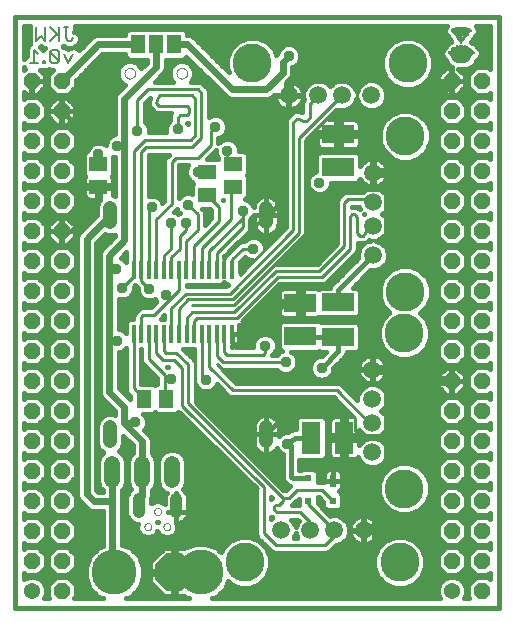
<source format=gbl>
G75*
%MOIN*%
%OFA0B0*%
%FSLAX24Y24*%
%IPPOS*%
%LPD*%
%AMOC8*
5,1,8,0,0,1.08239X$1,22.5*
%
%ADD10C,0.0160*%
%ADD11C,0.0060*%
%ADD12C,0.0540*%
%ADD13OC8,0.0540*%
%ADD14R,0.0312X0.0004*%
%ADD15R,0.0344X0.0004*%
%ADD16R,0.0368X0.0004*%
%ADD17R,0.0392X0.0004*%
%ADD18R,0.0408X0.0004*%
%ADD19R,0.0424X0.0004*%
%ADD20R,0.0432X0.0004*%
%ADD21R,0.0448X0.0004*%
%ADD22R,0.0456X0.0004*%
%ADD23R,0.0472X0.0004*%
%ADD24R,0.0480X0.0004*%
%ADD25R,0.0488X0.0004*%
%ADD26R,0.0496X0.0004*%
%ADD27R,0.0504X0.0004*%
%ADD28R,0.0512X0.0004*%
%ADD29R,0.0520X0.0004*%
%ADD30R,0.0528X0.0004*%
%ADD31R,0.0536X0.0004*%
%ADD32R,0.0536X0.0004*%
%ADD33R,0.0544X0.0004*%
%ADD34R,0.0552X0.0004*%
%ADD35R,0.0560X0.0004*%
%ADD36R,0.0560X0.0004*%
%ADD37R,0.0568X0.0004*%
%ADD38R,0.0576X0.0004*%
%ADD39R,0.0584X0.0004*%
%ADD40R,0.0592X0.0004*%
%ADD41R,0.0592X0.0004*%
%ADD42R,0.0600X0.0004*%
%ADD43R,0.0608X0.0004*%
%ADD44R,0.0608X0.0004*%
%ADD45R,0.0616X0.0004*%
%ADD46R,0.0624X0.0004*%
%ADD47R,0.0632X0.0004*%
%ADD48R,0.0632X0.0004*%
%ADD49R,0.0640X0.0004*%
%ADD50R,0.0648X0.0004*%
%ADD51R,0.0648X0.0004*%
%ADD52R,0.0656X0.0004*%
%ADD53R,0.0664X0.0004*%
%ADD54R,0.0664X0.0004*%
%ADD55R,0.0672X0.0004*%
%ADD56R,0.0680X0.0004*%
%ADD57R,0.0680X0.0004*%
%ADD58R,0.0688X0.0004*%
%ADD59R,0.0696X0.0004*%
%ADD60R,0.0700X0.0004*%
%ADD61R,0.0708X0.0004*%
%ADD62R,0.0716X0.0004*%
%ADD63R,0.0720X0.0004*%
%ADD64R,0.0720X0.0004*%
%ADD65R,0.0724X0.0004*%
%ADD66R,0.0808X0.0004*%
%ADD67R,0.0824X0.0004*%
%ADD68R,0.0832X0.0004*%
%ADD69R,0.0840X0.0004*%
%ADD70R,0.0848X0.0004*%
%ADD71R,0.0856X0.0004*%
%ADD72R,0.0860X0.0004*%
%ADD73R,0.0864X0.0004*%
%ADD74R,0.0864X0.0004*%
%ADD75R,0.0868X0.0004*%
%ADD76R,0.0872X0.0004*%
%ADD77R,0.0872X0.0004*%
%ADD78R,0.0860X0.0004*%
%ADD79R,0.0832X0.0004*%
%ADD80R,0.0824X0.0004*%
%ADD81R,0.0708X0.0004*%
%ADD82R,0.0712X0.0004*%
%ADD83R,0.0712X0.0004*%
%ADD84R,0.0700X0.0004*%
%ADD85R,0.0696X0.0004*%
%ADD86R,0.0692X0.0004*%
%ADD87R,0.0668X0.0004*%
%ADD88R,0.0660X0.0004*%
%ADD89R,0.0452X0.0004*%
%ADD90R,0.0188X0.0004*%
%ADD91R,0.0448X0.0004*%
%ADD92R,0.0440X0.0004*%
%ADD93R,0.0184X0.0004*%
%ADD94R,0.0432X0.0004*%
%ADD95R,0.0184X0.0004*%
%ADD96R,0.0424X0.0004*%
%ADD97R,0.0412X0.0004*%
%ADD98R,0.0128X0.0004*%
%ADD99R,0.0044X0.0004*%
%ADD100R,0.0400X0.0004*%
%ADD101R,0.0008X0.0004*%
%ADD102R,0.0388X0.0004*%
%ADD103R,0.0132X0.0004*%
%ADD104R,0.0360X0.0004*%
%ADD105R,0.0136X0.0004*%
%ADD106R,0.0340X0.0004*%
%ADD107R,0.0140X0.0004*%
%ADD108R,0.0328X0.0004*%
%ADD109R,0.0144X0.0004*%
%ADD110R,0.0324X0.0004*%
%ADD111R,0.0148X0.0004*%
%ADD112R,0.0320X0.0004*%
%ADD113R,0.0156X0.0004*%
%ADD114R,0.0316X0.0004*%
%ADD115R,0.0176X0.0004*%
%ADD116R,0.0080X0.0004*%
%ADD117R,0.0052X0.0004*%
%ADD118R,0.0380X0.0004*%
%ADD119R,0.0372X0.0004*%
%ADD120R,0.0356X0.0004*%
%ADD121R,0.0004X0.0004*%
%ADD122R,0.0308X0.0004*%
%ADD123R,0.0060X0.0004*%
%ADD124R,0.0240X0.0004*%
%ADD125R,0.0232X0.0004*%
%ADD126R,0.0044X0.0004*%
%ADD127R,0.0164X0.0004*%
%ADD128R,0.0056X0.0004*%
%ADD129R,0.0036X0.0004*%
%ADD130R,0.0156X0.0004*%
%ADD131R,0.0048X0.0004*%
%ADD132R,0.0024X0.0004*%
%ADD133R,0.0036X0.0004*%
%ADD134R,0.0016X0.0004*%
%ADD135R,0.0028X0.0004*%
%ADD136R,0.0012X0.0004*%
%ADD137R,0.0124X0.0004*%
%ADD138R,0.0108X0.0004*%
%ADD139R,0.0008X0.0004*%
%ADD140R,0.0092X0.0004*%
%ADD141R,0.0068X0.0004*%
%ADD142R,0.0008X0.0004*%
%ADD143R,0.0016X0.0004*%
%ADD144R,0.0024X0.0004*%
%ADD145R,0.0032X0.0004*%
%ADD146R,0.0032X0.0004*%
%ADD147R,0.0040X0.0004*%
%ADD148R,0.0056X0.0004*%
%ADD149R,0.0064X0.0004*%
%ADD150R,0.0072X0.0004*%
%ADD151R,0.0088X0.0004*%
%ADD152R,0.0096X0.0004*%
%ADD153R,0.0104X0.0004*%
%ADD154R,0.0112X0.0004*%
%ADD155R,0.0120X0.0004*%
%ADD156R,0.0124X0.0004*%
%ADD157R,0.0128X0.0004*%
%ADD158R,0.0144X0.0004*%
%ADD159R,0.0152X0.0004*%
%ADD160R,0.0152X0.0004*%
%ADD161R,0.0160X0.0004*%
%ADD162R,0.0168X0.0004*%
%ADD163R,0.0176X0.0004*%
%ADD164R,0.0184X0.0004*%
%ADD165R,0.0192X0.0004*%
%ADD166R,0.0200X0.0004*%
%ADD167R,0.0208X0.0004*%
%ADD168R,0.0216X0.0004*%
%ADD169R,0.0216X0.0004*%
%ADD170R,0.0224X0.0004*%
%ADD171R,0.0232X0.0004*%
%ADD172R,0.0240X0.0004*%
%ADD173R,0.0248X0.0004*%
%ADD174R,0.0256X0.0004*%
%ADD175R,0.0264X0.0004*%
%ADD176R,0.0272X0.0004*%
%ADD177R,0.0280X0.0004*%
%ADD178R,0.0288X0.0004*%
%ADD179R,0.0296X0.0004*%
%ADD180R,0.0304X0.0004*%
%ADD181R,0.0320X0.0004*%
%ADD182R,0.0328X0.0004*%
%ADD183R,0.0336X0.0004*%
%ADD184R,0.0336X0.0004*%
%ADD185R,0.0200X0.0004*%
%ADD186R,0.0128X0.0004*%
%ADD187R,0.0204X0.0004*%
%ADD188R,0.0216X0.0004*%
%ADD189R,0.0228X0.0004*%
%ADD190R,0.0416X0.0004*%
%ADD191R,0.0424X0.0004*%
%ADD192R,0.0428X0.0004*%
%ADD193R,0.0304X0.0004*%
%ADD194R,0.0180X0.0004*%
%ADD195R,0.0112X0.0004*%
%ADD196R,0.0176X0.0004*%
%ADD197R,0.0112X0.0004*%
%ADD198R,0.0132X0.0004*%
%ADD199R,0.0116X0.0004*%
%ADD200R,0.0332X0.0004*%
%ADD201R,0.0336X0.0004*%
%ADD202R,0.0480X0.0004*%
%ADD203R,0.0496X0.0004*%
%ADD204R,0.0512X0.0004*%
%ADD205R,0.0544X0.0004*%
%ADD206R,0.0208X0.0004*%
%ADD207R,0.0356X0.0004*%
%ADD208R,0.0208X0.0004*%
%ADD209R,0.0364X0.0004*%
%ADD210R,0.0212X0.0004*%
%ADD211R,0.0368X0.0004*%
%ADD212R,0.0220X0.0004*%
%ADD213R,0.0600X0.0004*%
%ADD214R,0.0356X0.0004*%
%ADD215R,0.0228X0.0004*%
%ADD216R,0.0236X0.0004*%
%ADD217R,0.0360X0.0004*%
%ADD218R,0.0368X0.0004*%
%ADD219R,0.0244X0.0004*%
%ADD220R,0.0252X0.0004*%
%ADD221R,0.0376X0.0004*%
%ADD222R,0.0672X0.0004*%
%ADD223R,0.0624X0.0004*%
%ADD224R,0.0596X0.0004*%
%ADD225R,0.0552X0.0004*%
%ADD226R,0.0456X0.0004*%
%ADD227R,0.0384X0.0004*%
%ADD228R,0.0352X0.0004*%
%ADD229R,0.0188X0.0004*%
%ADD230R,0.0108X0.0004*%
%ADD231R,0.0138X0.0591*%
%ADD232C,0.0591*%
%ADD233C,0.1300*%
%ADD234C,0.0000*%
%ADD235OC8,0.1250*%
%ADD236C,0.0472*%
%ADD237C,0.0540*%
%ADD238R,0.1063X0.0591*%
%ADD239R,0.0630X0.1063*%
%ADD240R,0.1063X0.0630*%
%ADD241R,0.0512X0.0591*%
%ADD242R,0.0591X0.0512*%
%ADD243R,0.0236X0.0394*%
%ADD244R,0.0236X0.0236*%
%ADD245R,0.0460X0.0630*%
%ADD246C,0.1500*%
%ADD247C,0.0416*%
%ADD248C,0.0320*%
%ADD249C,0.0376*%
%ADD250C,0.0100*%
%ADD251C,0.0240*%
D10*
X001046Y002668D02*
X017188Y002668D01*
X017188Y022353D01*
X001046Y022353D01*
X001046Y002668D01*
X001356Y003624D02*
X001356Y003819D01*
X001422Y003753D01*
X001811Y003753D01*
X002087Y004029D01*
X002087Y004418D01*
X001811Y004693D01*
X001422Y004693D01*
X001356Y004627D01*
X001356Y004819D01*
X001422Y004753D01*
X001811Y004753D01*
X002087Y005029D01*
X002087Y005418D01*
X001811Y005693D01*
X001422Y005693D01*
X001356Y005627D01*
X001356Y005819D01*
X001422Y005753D01*
X001811Y005753D01*
X002087Y006029D01*
X002087Y006418D01*
X001811Y006693D01*
X001422Y006693D01*
X001356Y006627D01*
X001356Y006819D01*
X001422Y006753D01*
X001811Y006753D01*
X002087Y007029D01*
X002087Y007418D01*
X001811Y007693D01*
X001422Y007693D01*
X001356Y007627D01*
X001356Y007819D01*
X001422Y007753D01*
X001811Y007753D01*
X002087Y008029D01*
X002087Y008418D01*
X001811Y008693D01*
X001422Y008693D01*
X001356Y008627D01*
X001356Y008819D01*
X001422Y008753D01*
X001811Y008753D01*
X002087Y009029D01*
X002087Y009418D01*
X001811Y009693D01*
X001422Y009693D01*
X001356Y009627D01*
X001356Y009819D01*
X001422Y009753D01*
X001811Y009753D01*
X002087Y010029D01*
X002087Y010418D01*
X001811Y010693D01*
X001422Y010693D01*
X001356Y010627D01*
X001356Y010819D01*
X001422Y010753D01*
X001811Y010753D01*
X002087Y011029D01*
X002087Y011418D01*
X001811Y011693D01*
X001422Y011693D01*
X001356Y011627D01*
X001356Y011819D01*
X001422Y011753D01*
X001811Y011753D01*
X002087Y012029D01*
X002087Y012418D01*
X001811Y012693D01*
X001422Y012693D01*
X001356Y012627D01*
X001356Y012819D01*
X001422Y012753D01*
X001811Y012753D01*
X002087Y013029D01*
X002087Y013418D01*
X001811Y013693D01*
X001422Y013693D01*
X001356Y013627D01*
X001356Y013819D01*
X001422Y013753D01*
X001811Y013753D01*
X002087Y014029D01*
X002087Y014418D01*
X001811Y014693D01*
X001422Y014693D01*
X001356Y014627D01*
X001356Y014819D01*
X001422Y014753D01*
X001811Y014753D01*
X002087Y015029D01*
X002087Y015418D01*
X001811Y015693D01*
X001422Y015693D01*
X001356Y015627D01*
X001356Y015819D01*
X001422Y015753D01*
X001811Y015753D01*
X002087Y016029D01*
X002087Y016418D01*
X001811Y016693D01*
X001422Y016693D01*
X001356Y016627D01*
X001356Y016819D01*
X001422Y016753D01*
X001811Y016753D01*
X002087Y017029D01*
X002087Y017418D01*
X001811Y017693D01*
X001422Y017693D01*
X001356Y017627D01*
X001356Y017819D01*
X001422Y017753D01*
X001811Y017753D01*
X002087Y018029D01*
X002087Y018418D01*
X001811Y018693D01*
X001422Y018693D01*
X001356Y018627D01*
X001356Y018819D01*
X001422Y018753D01*
X001811Y018753D01*
X002087Y019029D01*
X002087Y019418D01*
X001811Y019693D01*
X001422Y019693D01*
X001356Y019627D01*
X001356Y019848D01*
X001430Y019773D01*
X001607Y019773D01*
X001607Y020213D01*
X001627Y020213D01*
X001627Y020233D01*
X002067Y020233D01*
X002067Y020410D01*
X001888Y020588D01*
X002161Y020588D01*
X002186Y020613D01*
X002209Y020590D01*
X002210Y020588D01*
X002305Y020588D01*
X002317Y020588D01*
X002147Y020418D01*
X002147Y020029D01*
X002422Y019753D01*
X002811Y019753D01*
X003087Y020029D01*
X003087Y020241D01*
X003974Y021128D01*
X004740Y021128D01*
X004740Y021050D01*
X004857Y020933D01*
X005450Y020933D01*
X005450Y020832D01*
X005260Y020642D01*
X005230Y020714D01*
X005115Y020828D01*
X004966Y020890D01*
X004804Y020890D01*
X004654Y020828D01*
X004539Y020714D01*
X004477Y020564D01*
X004477Y020402D01*
X004539Y020253D01*
X004654Y020138D01*
X004726Y020108D01*
X004526Y019908D01*
X004436Y019818D01*
X004387Y019700D01*
X004387Y018447D01*
X004251Y018391D01*
X004142Y018282D01*
X004083Y018139D01*
X004083Y018093D01*
X004061Y018115D01*
X003918Y018174D01*
X003764Y018174D01*
X003621Y018115D01*
X003512Y018006D01*
X003471Y017908D01*
X003463Y017908D01*
X003346Y017790D01*
X003346Y017113D01*
X003397Y017062D01*
X003378Y017029D01*
X003366Y016983D01*
X003366Y016752D01*
X003793Y016752D01*
X003793Y016656D01*
X003366Y016656D01*
X003366Y016424D01*
X003378Y016378D01*
X003402Y016337D01*
X003435Y016304D01*
X003476Y016280D01*
X003522Y016268D01*
X003793Y016268D01*
X003793Y016656D01*
X003889Y016656D01*
X003889Y016752D01*
X004316Y016752D01*
X004316Y016983D01*
X004304Y017029D01*
X004285Y017062D01*
X004336Y017113D01*
X004336Y017698D01*
X004387Y017676D01*
X004387Y016389D01*
X004315Y016419D01*
X004316Y016424D01*
X004316Y016656D01*
X003889Y016656D01*
X003889Y016268D01*
X003893Y016268D01*
X003856Y016231D01*
X003790Y016071D01*
X003790Y015764D01*
X003176Y015150D01*
X003127Y015033D01*
X003127Y006384D01*
X003176Y006266D01*
X003412Y006030D01*
X003502Y005940D01*
X003620Y005891D01*
X003978Y005891D01*
X003978Y004710D01*
X003834Y004651D01*
X003567Y004383D01*
X003423Y004034D01*
X003423Y003656D01*
X003567Y003307D01*
X003834Y003040D01*
X003984Y002978D01*
X003036Y002978D01*
X003087Y003029D01*
X003087Y003418D01*
X002811Y003693D01*
X002422Y003693D01*
X002147Y003418D01*
X002147Y003029D01*
X002197Y002978D01*
X002024Y002978D01*
X002087Y003130D01*
X002087Y003317D01*
X002015Y003490D01*
X001883Y003622D01*
X001710Y003693D01*
X001523Y003693D01*
X001356Y003624D01*
X001356Y003778D02*
X001398Y003778D01*
X001836Y003778D02*
X002398Y003778D01*
X002422Y003753D02*
X002811Y003753D01*
X003087Y004029D01*
X003087Y004418D01*
X002811Y004693D01*
X002422Y004693D01*
X002147Y004418D01*
X002147Y004029D01*
X002422Y003753D01*
X002348Y003619D02*
X001885Y003619D01*
X002027Y003461D02*
X002189Y003461D01*
X002147Y003302D02*
X002087Y003302D01*
X002087Y003144D02*
X002147Y003144D01*
X002190Y002985D02*
X002027Y002985D01*
X001994Y003936D02*
X002239Y003936D01*
X002147Y004095D02*
X002087Y004095D01*
X002087Y004253D02*
X002147Y004253D01*
X002147Y004412D02*
X002087Y004412D01*
X001934Y004570D02*
X002299Y004570D01*
X002422Y004753D02*
X002811Y004753D01*
X003087Y005029D01*
X003087Y005418D01*
X002811Y005693D01*
X002422Y005693D01*
X002147Y005418D01*
X002147Y005029D01*
X002422Y004753D01*
X002288Y004887D02*
X001945Y004887D01*
X002087Y005046D02*
X002147Y005046D01*
X002147Y005204D02*
X002087Y005204D01*
X002087Y005363D02*
X002147Y005363D01*
X002250Y005521D02*
X001983Y005521D01*
X001825Y005680D02*
X002408Y005680D01*
X002422Y005753D02*
X002811Y005753D01*
X003087Y006029D01*
X003087Y006418D01*
X002811Y006693D01*
X002422Y006693D01*
X002147Y006418D01*
X002147Y006029D01*
X002422Y005753D01*
X002337Y005838D02*
X001896Y005838D01*
X002055Y005997D02*
X002179Y005997D01*
X002147Y006155D02*
X002087Y006155D01*
X002087Y006314D02*
X002147Y006314D01*
X002201Y006472D02*
X002032Y006472D01*
X001874Y006631D02*
X002359Y006631D01*
X002422Y006753D02*
X002811Y006753D01*
X003087Y007029D01*
X003087Y007418D01*
X002811Y007693D01*
X002422Y007693D01*
X002147Y007418D01*
X002147Y007029D01*
X002422Y006753D01*
X002386Y006789D02*
X001847Y006789D01*
X002006Y006948D02*
X002228Y006948D01*
X002147Y007106D02*
X002087Y007106D01*
X002087Y007265D02*
X002147Y007265D01*
X002152Y007423D02*
X002081Y007423D01*
X001923Y007582D02*
X002310Y007582D01*
X002422Y007753D02*
X002811Y007753D01*
X003087Y008029D01*
X003087Y008418D01*
X002811Y008693D01*
X002422Y008693D01*
X002147Y008418D01*
X002147Y008029D01*
X002422Y007753D01*
X002277Y007899D02*
X001957Y007899D01*
X002087Y008057D02*
X002147Y008057D01*
X002147Y008216D02*
X002087Y008216D01*
X002087Y008374D02*
X002147Y008374D01*
X002261Y008533D02*
X001972Y008533D01*
X001813Y008691D02*
X002420Y008691D01*
X002422Y008753D02*
X002811Y008753D01*
X003087Y009029D01*
X003087Y009418D01*
X002811Y009693D01*
X002422Y009693D01*
X002147Y009418D01*
X002147Y009029D01*
X002422Y008753D01*
X002326Y008850D02*
X001908Y008850D01*
X002066Y009008D02*
X002167Y009008D01*
X002147Y009167D02*
X002087Y009167D01*
X002087Y009325D02*
X002147Y009325D01*
X002212Y009484D02*
X002021Y009484D01*
X001862Y009642D02*
X002371Y009642D01*
X002422Y009753D02*
X002811Y009753D01*
X003087Y010029D01*
X003087Y010418D01*
X002811Y010693D01*
X002422Y010693D01*
X002147Y010418D01*
X002147Y010029D01*
X002422Y009753D01*
X002375Y009801D02*
X001859Y009801D01*
X002017Y009959D02*
X002216Y009959D01*
X002147Y010118D02*
X002087Y010118D01*
X002087Y010276D02*
X002147Y010276D01*
X002163Y010435D02*
X002070Y010435D01*
X001911Y010593D02*
X002322Y010593D01*
X002422Y010753D02*
X002811Y010753D01*
X003087Y011029D01*
X003087Y011418D01*
X002811Y011693D01*
X002422Y011693D01*
X002147Y011418D01*
X002147Y011029D01*
X002422Y010753D01*
X002265Y010910D02*
X001968Y010910D01*
X002087Y011069D02*
X002147Y011069D01*
X002147Y011227D02*
X002087Y011227D01*
X002087Y011386D02*
X002147Y011386D01*
X002273Y011544D02*
X001960Y011544D01*
X001919Y011861D02*
X002314Y011861D01*
X002422Y011753D02*
X002811Y011753D01*
X003087Y012029D01*
X003087Y012418D01*
X002811Y012693D01*
X002422Y012693D01*
X002147Y012418D01*
X002147Y012029D01*
X002422Y011753D01*
X002156Y012020D02*
X002078Y012020D01*
X002087Y012178D02*
X002147Y012178D01*
X002147Y012337D02*
X002087Y012337D01*
X002009Y012495D02*
X002224Y012495D01*
X002382Y012654D02*
X001851Y012654D01*
X001870Y012812D02*
X002363Y012812D01*
X002422Y012753D02*
X002811Y012753D01*
X003087Y013029D01*
X003087Y013418D01*
X002811Y013693D01*
X002422Y013693D01*
X002147Y013418D01*
X002147Y013029D01*
X002422Y012753D01*
X002205Y012971D02*
X002029Y012971D01*
X002087Y013129D02*
X002147Y013129D01*
X002147Y013288D02*
X002087Y013288D01*
X002058Y013446D02*
X002175Y013446D01*
X002333Y013605D02*
X001900Y013605D01*
X001821Y013763D02*
X002412Y013763D01*
X002422Y013753D02*
X002811Y013753D01*
X003087Y014029D01*
X003087Y014418D01*
X002811Y014693D01*
X002422Y014693D01*
X002147Y014418D01*
X002147Y014029D01*
X002422Y013753D01*
X002254Y013922D02*
X001980Y013922D01*
X002087Y014080D02*
X002147Y014080D01*
X002147Y014239D02*
X002087Y014239D01*
X002087Y014397D02*
X002147Y014397D01*
X002284Y014556D02*
X001949Y014556D01*
X001931Y014873D02*
X002331Y014873D01*
X002430Y014773D02*
X002167Y015037D01*
X002167Y015213D01*
X002607Y015213D01*
X002627Y015213D01*
X002627Y015233D01*
X003067Y015233D01*
X003067Y015410D01*
X002803Y015673D01*
X002627Y015673D01*
X002627Y015233D01*
X002607Y015233D01*
X002607Y015673D01*
X002430Y015673D01*
X002167Y015410D01*
X002167Y015233D01*
X002607Y015233D01*
X002607Y015213D01*
X002607Y014773D01*
X002430Y014773D01*
X002627Y014773D02*
X002627Y015213D01*
X003067Y015213D01*
X003067Y015037D01*
X002803Y014773D01*
X002627Y014773D01*
X002627Y014873D02*
X002607Y014873D01*
X002607Y015031D02*
X002627Y015031D01*
X002627Y015190D02*
X002607Y015190D01*
X002617Y015223D02*
X002932Y015223D01*
X003251Y015542D01*
X003251Y016802D01*
X003349Y016704D01*
X003841Y016704D01*
X003793Y016616D02*
X003889Y016616D01*
X003889Y016458D02*
X003793Y016458D01*
X003793Y016299D02*
X003889Y016299D01*
X003819Y016141D02*
X003087Y016141D01*
X003087Y016029D02*
X002811Y015753D01*
X002422Y015753D01*
X002147Y016029D01*
X002147Y016418D01*
X002422Y016693D01*
X002811Y016693D01*
X003087Y016418D01*
X003087Y016029D01*
X003040Y015982D02*
X003790Y015982D01*
X003790Y015824D02*
X002882Y015824D01*
X002811Y015665D02*
X003691Y015665D01*
X003533Y015507D02*
X002970Y015507D01*
X003067Y015348D02*
X003374Y015348D01*
X003216Y015190D02*
X003067Y015190D01*
X003061Y015031D02*
X003127Y015031D01*
X003127Y014873D02*
X002902Y014873D01*
X003127Y014714D02*
X001356Y014714D01*
X002087Y015031D02*
X002172Y015031D01*
X002167Y015190D02*
X002087Y015190D01*
X002087Y015348D02*
X002167Y015348D01*
X002264Y015507D02*
X001998Y015507D01*
X001839Y015665D02*
X002422Y015665D01*
X002352Y015824D02*
X001882Y015824D01*
X002040Y015982D02*
X002193Y015982D01*
X002147Y016141D02*
X002087Y016141D01*
X002087Y016299D02*
X002147Y016299D01*
X002186Y016458D02*
X002047Y016458D01*
X001888Y016616D02*
X002345Y016616D01*
X002422Y016753D02*
X002811Y016753D01*
X003087Y017029D01*
X003087Y017418D01*
X002811Y017693D01*
X002422Y017693D01*
X002147Y017418D01*
X002147Y017029D01*
X002422Y016753D01*
X002401Y016775D02*
X001833Y016775D01*
X001991Y016933D02*
X002242Y016933D01*
X002147Y017092D02*
X002087Y017092D01*
X002087Y017250D02*
X002147Y017250D01*
X002147Y017409D02*
X002087Y017409D01*
X001937Y017567D02*
X002296Y017567D01*
X002422Y017753D02*
X002811Y017753D01*
X003087Y018029D01*
X003087Y018418D01*
X002811Y018693D01*
X002422Y018693D01*
X002147Y018418D01*
X002147Y018029D01*
X002422Y017753D01*
X002291Y017884D02*
X001942Y017884D01*
X002087Y018043D02*
X002147Y018043D01*
X002147Y018201D02*
X002087Y018201D01*
X002087Y018360D02*
X002147Y018360D01*
X002247Y018518D02*
X001986Y018518D01*
X001828Y018677D02*
X002405Y018677D01*
X002430Y018773D02*
X002167Y019037D01*
X002167Y019213D01*
X002607Y019213D01*
X002627Y019213D01*
X002627Y019233D01*
X003067Y019233D01*
X003067Y019410D01*
X002803Y019673D01*
X002627Y019673D01*
X002627Y019233D01*
X002607Y019233D01*
X002607Y019673D01*
X002430Y019673D01*
X002167Y019410D01*
X002167Y019233D01*
X002607Y019233D01*
X002607Y019213D01*
X002607Y018773D01*
X002430Y018773D01*
X002368Y018835D02*
X001893Y018835D01*
X002052Y018994D02*
X002210Y018994D01*
X002167Y019152D02*
X002087Y019152D01*
X002087Y019311D02*
X002167Y019311D01*
X002226Y019469D02*
X002035Y019469D01*
X001877Y019628D02*
X002385Y019628D01*
X002389Y019786D02*
X001816Y019786D01*
X001803Y019773D02*
X002067Y020037D01*
X002067Y020213D01*
X001627Y020213D01*
X001627Y019773D01*
X001803Y019773D01*
X001627Y019786D02*
X001607Y019786D01*
X001607Y019945D02*
X001627Y019945D01*
X001627Y020103D02*
X001607Y020103D01*
X001417Y019786D02*
X001356Y019786D01*
X001356Y019628D02*
X001356Y019628D01*
X001974Y019945D02*
X002231Y019945D01*
X002147Y020103D02*
X002067Y020103D01*
X002067Y020262D02*
X002147Y020262D01*
X002149Y020420D02*
X002056Y020420D01*
X001898Y020579D02*
X002307Y020579D01*
X002210Y020588D02*
X002210Y020588D01*
X002002Y021270D02*
X001918Y021354D01*
X001901Y021372D01*
X001919Y021390D01*
X001970Y021338D01*
X002060Y021338D01*
X002002Y021281D01*
X002002Y021281D01*
X002002Y021270D01*
X002002Y021281D02*
X002002Y021281D01*
X001937Y021371D02*
X001901Y021371D01*
X001560Y021455D02*
X001458Y021354D01*
X001458Y021048D01*
X001446Y021048D01*
X001356Y020958D01*
X001356Y022043D01*
X001542Y022043D01*
X001542Y021473D01*
X001544Y021471D01*
X001560Y021455D01*
X001542Y021530D02*
X001356Y021530D01*
X001356Y021688D02*
X001542Y021688D01*
X001542Y021847D02*
X001356Y021847D01*
X001356Y022005D02*
X001542Y022005D01*
X001476Y021371D02*
X001356Y021371D01*
X001356Y021213D02*
X001458Y021213D01*
X001458Y021054D02*
X001356Y021054D01*
X001356Y020679D02*
X001356Y020599D01*
X001396Y020639D01*
X001356Y020679D01*
X002660Y021377D02*
X002683Y021400D01*
X002744Y021338D01*
X002938Y021338D01*
X002839Y021306D01*
X002677Y021360D01*
X002660Y021377D01*
X002665Y021371D02*
X002711Y021371D01*
X003021Y021352D02*
X003143Y021473D01*
X003216Y021547D01*
X003216Y021737D01*
X003082Y021872D01*
X003028Y021872D01*
X003069Y021914D01*
X003069Y022043D01*
X015455Y022043D01*
X015405Y021993D01*
X015401Y021989D01*
X015401Y021815D01*
X015409Y021807D01*
X015409Y021803D01*
X015421Y021791D01*
X015421Y021787D01*
X015425Y021783D01*
X015433Y021775D01*
X015433Y021771D01*
X015441Y021763D01*
X015445Y021759D01*
X015445Y021755D01*
X015457Y021743D01*
X015457Y021739D01*
X015469Y021727D01*
X015469Y021723D01*
X015481Y021711D01*
X015481Y021707D01*
X015485Y021703D01*
X015493Y021695D01*
X015493Y021691D01*
X015501Y021683D01*
X015505Y021679D01*
X015505Y021675D01*
X015513Y021667D01*
X015513Y021663D01*
X015529Y021647D01*
X015529Y021643D01*
X015537Y021635D01*
X015537Y021631D01*
X015545Y021623D01*
X015549Y021619D01*
X015549Y021615D01*
X015561Y021603D01*
X015561Y021599D01*
X015573Y021587D01*
X015573Y021583D01*
X015585Y021571D01*
X015585Y021567D01*
X015589Y021563D01*
X015597Y021555D01*
X015597Y021551D01*
X015605Y021543D01*
X015606Y021542D01*
X015606Y021542D01*
X015602Y021538D01*
X015590Y021538D01*
X015586Y021534D01*
X015582Y021534D01*
X015578Y021530D01*
X015574Y021530D01*
X015570Y021526D01*
X015566Y021526D01*
X015562Y021522D01*
X015558Y021518D01*
X015554Y021518D01*
X015546Y021510D01*
X015546Y021510D01*
X015429Y021393D01*
X015425Y021389D01*
X015421Y021385D01*
X015417Y021381D01*
X015417Y021377D01*
X015413Y021373D01*
X015409Y021369D01*
X015409Y021365D01*
X015405Y021361D01*
X015405Y021357D01*
X015401Y021353D01*
X015401Y021345D01*
X015329Y021273D01*
X015325Y021269D01*
X015321Y021265D01*
X015317Y021261D01*
X015313Y021257D01*
X015313Y021253D01*
X015309Y021249D01*
X015309Y021241D01*
X015305Y021237D01*
X015305Y021059D01*
X015309Y021055D01*
X015309Y021043D01*
X015313Y021039D01*
X015313Y021035D01*
X015325Y021023D01*
X015409Y020939D01*
X015413Y020935D01*
X015413Y020931D01*
X015417Y020927D01*
X015417Y020919D01*
X015421Y020915D01*
X015421Y020911D01*
X015425Y020907D01*
X015425Y020903D01*
X015429Y020899D01*
X015429Y020895D01*
X015433Y020891D01*
X015433Y020887D01*
X015437Y020883D01*
X015437Y020879D01*
X015441Y020875D01*
X015441Y020871D01*
X015445Y020867D01*
X015445Y020863D01*
X015453Y020855D01*
X015453Y020851D01*
X015461Y020843D01*
X015461Y020839D01*
X015473Y020827D01*
X015473Y020823D01*
X015590Y020706D01*
X015594Y020702D01*
X015598Y020698D01*
X015602Y020694D01*
X015606Y020690D01*
X015610Y020686D01*
X015614Y020682D01*
X015618Y020678D01*
X015622Y020674D01*
X015626Y020674D01*
X015627Y020673D01*
X015627Y020673D01*
X015627Y020233D01*
X016067Y020233D01*
X016067Y020410D01*
X015838Y020638D01*
X016180Y020638D01*
X016184Y020642D01*
X016196Y020642D01*
X016200Y020646D01*
X016208Y020646D01*
X016212Y020650D01*
X016220Y020650D01*
X016224Y020654D01*
X016228Y020654D01*
X016232Y020658D01*
X016236Y020658D01*
X016240Y020662D01*
X016244Y020666D01*
X016248Y020666D01*
X016256Y020674D01*
X016260Y020674D01*
X016264Y020678D01*
X016268Y020682D01*
X016272Y020686D01*
X016276Y020690D01*
X016280Y020694D01*
X016284Y020698D01*
X016288Y020702D01*
X016292Y020706D01*
X016409Y020823D01*
X016409Y020827D01*
X016421Y020839D01*
X016421Y020843D01*
X016429Y020851D01*
X016429Y020855D01*
X016437Y020863D01*
X016437Y020867D01*
X016441Y020871D01*
X016441Y020875D01*
X016445Y020879D01*
X016445Y020883D01*
X016449Y020887D01*
X016449Y020891D01*
X016453Y020895D01*
X016453Y020899D01*
X016457Y020903D01*
X016457Y020907D01*
X016461Y020911D01*
X016461Y020915D01*
X016465Y020919D01*
X016465Y020927D01*
X016469Y020931D01*
X016469Y020935D01*
X016473Y020939D01*
X016473Y020939D01*
X016573Y021039D01*
X016573Y021047D01*
X016577Y021051D01*
X016577Y021059D01*
X016577Y021059D01*
X016577Y021237D01*
X016577Y021237D01*
X016577Y021241D01*
X016573Y021245D01*
X016573Y021253D01*
X016553Y021273D01*
X016465Y021361D01*
X016465Y021369D01*
X016461Y021373D01*
X016461Y021389D01*
X016344Y021506D01*
X016280Y021506D01*
X016262Y021524D01*
X016273Y021535D01*
X016273Y021539D01*
X016277Y021543D01*
X016285Y021551D01*
X016285Y021555D01*
X016293Y021563D01*
X016293Y021563D01*
X016297Y021567D01*
X016297Y021571D01*
X016309Y021583D01*
X016309Y021587D01*
X016321Y021599D01*
X016321Y021603D01*
X016333Y021615D01*
X016333Y021619D01*
X016345Y021631D01*
X016345Y021635D01*
X016353Y021643D01*
X016353Y021643D01*
X016357Y021647D01*
X016357Y021651D01*
X016357Y021651D01*
X016369Y021663D01*
X016369Y021667D01*
X016377Y021675D01*
X016377Y021679D01*
X016381Y021683D01*
X016389Y021691D01*
X016389Y021695D01*
X016397Y021703D01*
X016397Y021703D01*
X016401Y021707D01*
X016401Y021711D01*
X016413Y021723D01*
X016413Y021727D01*
X016425Y021739D01*
X016425Y021743D01*
X016437Y021755D01*
X016437Y021759D01*
X016441Y021763D01*
X016449Y021771D01*
X016449Y021775D01*
X016457Y021783D01*
X016461Y021787D01*
X016461Y021791D01*
X016473Y021803D01*
X016473Y021807D01*
X016481Y021815D01*
X016481Y021989D01*
X016477Y021993D01*
X016427Y022043D01*
X016878Y022043D01*
X016878Y020627D01*
X016811Y020693D01*
X016422Y020693D01*
X016147Y020418D01*
X016147Y020029D01*
X016422Y019753D01*
X016811Y019753D01*
X016878Y019819D01*
X016878Y019627D01*
X016811Y019693D01*
X016422Y019693D01*
X016147Y019418D01*
X016147Y019029D01*
X016422Y018753D01*
X016811Y018753D01*
X016878Y018819D01*
X016878Y018627D01*
X016811Y018693D01*
X016422Y018693D01*
X016147Y018418D01*
X016147Y018029D01*
X016422Y017753D01*
X016811Y017753D01*
X016878Y017819D01*
X016878Y017627D01*
X016811Y017693D01*
X016422Y017693D01*
X016147Y017418D01*
X016147Y017029D01*
X016422Y016753D01*
X016811Y016753D01*
X016878Y016819D01*
X016878Y016627D01*
X016811Y016693D01*
X016422Y016693D01*
X016147Y016418D01*
X016147Y016029D01*
X016422Y015753D01*
X016811Y015753D01*
X016878Y015819D01*
X016878Y015627D01*
X016811Y015693D01*
X016422Y015693D01*
X016147Y015418D01*
X016147Y015029D01*
X016422Y014753D01*
X016811Y014753D01*
X016878Y014819D01*
X016878Y014627D01*
X016811Y014693D01*
X016422Y014693D01*
X016147Y014418D01*
X016147Y014029D01*
X016422Y013753D01*
X016811Y013753D01*
X016878Y013819D01*
X016878Y013627D01*
X016811Y013693D01*
X016422Y013693D01*
X016147Y013418D01*
X016147Y013029D01*
X016422Y012753D01*
X016811Y012753D01*
X016878Y012819D01*
X016878Y012627D01*
X016811Y012693D01*
X016422Y012693D01*
X016147Y012418D01*
X016147Y012029D01*
X016422Y011753D01*
X016811Y011753D01*
X016878Y011819D01*
X016878Y011627D01*
X016811Y011693D01*
X016422Y011693D01*
X016147Y011418D01*
X016147Y011029D01*
X016422Y010753D01*
X016811Y010753D01*
X016878Y010819D01*
X016878Y010627D01*
X016811Y010693D01*
X016422Y010693D01*
X016147Y010418D01*
X016147Y010029D01*
X016422Y009753D01*
X016811Y009753D01*
X016878Y009819D01*
X016878Y009627D01*
X016811Y009693D01*
X016422Y009693D01*
X016147Y009418D01*
X016147Y009029D01*
X016422Y008753D01*
X016811Y008753D01*
X016878Y008819D01*
X016878Y008627D01*
X016811Y008693D01*
X016422Y008693D01*
X016147Y008418D01*
X016147Y008029D01*
X016422Y007753D01*
X016811Y007753D01*
X016878Y007819D01*
X016878Y007627D01*
X016811Y007693D01*
X016422Y007693D01*
X016147Y007418D01*
X016147Y007029D01*
X016422Y006753D01*
X016811Y006753D01*
X016878Y006819D01*
X016878Y006627D01*
X016811Y006693D01*
X016422Y006693D01*
X016147Y006418D01*
X016147Y006029D01*
X016422Y005753D01*
X016811Y005753D01*
X016878Y005819D01*
X016878Y005627D01*
X016811Y005693D01*
X016422Y005693D01*
X016147Y005418D01*
X016147Y005029D01*
X016422Y004753D01*
X016811Y004753D01*
X016878Y004819D01*
X016878Y004627D01*
X016811Y004693D01*
X016422Y004693D01*
X016147Y004418D01*
X016147Y004029D01*
X016422Y003753D01*
X016811Y003753D01*
X016878Y003819D01*
X016878Y003627D01*
X016811Y003693D01*
X016422Y003693D01*
X016147Y003418D01*
X016147Y003029D01*
X016197Y002978D01*
X016024Y002978D01*
X016087Y003130D01*
X016087Y003317D01*
X016015Y003490D01*
X015883Y003622D01*
X015710Y003693D01*
X015523Y003693D01*
X015350Y003622D01*
X015218Y003490D01*
X015147Y003317D01*
X015147Y003130D01*
X015209Y002978D01*
X007636Y002978D01*
X007785Y003040D01*
X008052Y003307D01*
X008151Y003546D01*
X008230Y003467D01*
X008543Y003337D01*
X008881Y003337D01*
X009193Y003467D01*
X009432Y003706D01*
X009562Y004018D01*
X009562Y004356D01*
X009432Y004669D01*
X009193Y004908D01*
X008881Y005037D01*
X008543Y005037D01*
X008230Y004908D01*
X007991Y004669D01*
X007925Y004510D01*
X007785Y004651D01*
X007436Y004795D01*
X007058Y004795D01*
X006708Y004651D01*
X006703Y004645D01*
X006694Y004654D01*
X006411Y004654D01*
X006411Y004310D01*
X006311Y004068D01*
X006311Y004654D01*
X006027Y004654D01*
X005556Y004183D01*
X005556Y003899D01*
X006297Y003899D01*
X006297Y003799D01*
X005556Y003799D01*
X005556Y003516D01*
X006027Y003044D01*
X006311Y003044D01*
X006311Y003622D01*
X006411Y003381D01*
X006411Y003044D01*
X006694Y003044D01*
X006699Y003049D01*
X006708Y003040D01*
X006858Y002978D01*
X004762Y002978D01*
X004911Y003040D01*
X005178Y003307D01*
X005323Y003656D01*
X005323Y004034D01*
X005178Y004383D01*
X004911Y004651D01*
X004618Y004772D01*
X004618Y006581D01*
X004696Y006659D01*
X004768Y006832D01*
X004768Y007559D01*
X004696Y007732D01*
X004564Y007864D01*
X004516Y007884D01*
X004596Y007964D01*
X004662Y008125D01*
X004662Y008402D01*
X004978Y008087D01*
X004978Y007810D01*
X004899Y007732D01*
X004828Y007559D01*
X004828Y006832D01*
X004899Y006659D01*
X004937Y006622D01*
X004834Y006519D01*
X004772Y006370D01*
X004772Y005792D01*
X004834Y005642D01*
X004949Y005527D01*
X005099Y005465D01*
X005154Y005465D01*
X005141Y005435D01*
X005141Y005297D01*
X005194Y005169D01*
X005292Y005071D01*
X005420Y005018D01*
X005559Y005018D01*
X005687Y005071D01*
X005785Y005169D01*
X005805Y005217D01*
X005824Y005169D01*
X005922Y005071D01*
X006050Y005018D01*
X006189Y005018D01*
X006317Y005071D01*
X006415Y005169D01*
X006468Y005297D01*
X006468Y005435D01*
X006447Y005485D01*
X006478Y005485D01*
X006553Y005500D01*
X006623Y005529D01*
X006687Y005572D01*
X006741Y005626D01*
X006783Y005689D01*
X006812Y005760D01*
X006827Y005835D01*
X006827Y005873D01*
X006827Y006327D01*
X006812Y006402D01*
X006783Y006472D01*
X006741Y006536D01*
X006687Y006590D01*
X006651Y006614D01*
X006696Y006659D01*
X006768Y006832D01*
X006768Y007559D01*
X006696Y007732D01*
X006564Y007864D01*
X006391Y007936D01*
X006204Y007936D01*
X006032Y007864D01*
X005899Y007732D01*
X005828Y007559D01*
X005828Y006832D01*
X005899Y006659D01*
X006032Y006527D01*
X006111Y006494D01*
X006096Y006472D01*
X005618Y006472D01*
X005618Y006581D02*
X005618Y006345D01*
X005587Y006271D01*
X005587Y006146D01*
X005612Y006171D01*
X005740Y006224D01*
X005879Y006224D01*
X006007Y006171D01*
X006052Y006126D01*
X006052Y006327D01*
X006067Y006402D01*
X006096Y006472D01*
X006052Y006314D02*
X005605Y006314D01*
X005596Y006155D02*
X005587Y006155D01*
X005618Y006581D02*
X005696Y006659D01*
X005768Y006832D01*
X005768Y007559D01*
X005696Y007732D01*
X005618Y007810D01*
X005618Y008283D01*
X005569Y008401D01*
X005365Y008604D01*
X005391Y008629D01*
X005450Y008772D01*
X005450Y008926D01*
X005391Y009069D01*
X005318Y009141D01*
X005696Y009141D01*
X005731Y009177D01*
X005766Y009141D01*
X006444Y009141D01*
X006493Y009191D01*
X009103Y006580D01*
X009103Y005099D01*
X009141Y005007D01*
X009535Y004613D01*
X009605Y004543D01*
X009697Y004505D01*
X011450Y004505D01*
X011542Y004543D01*
X011612Y004613D01*
X011758Y004759D01*
X011790Y004759D01*
X011972Y004834D01*
X012112Y004974D01*
X012187Y005156D01*
X012187Y005353D01*
X012112Y005535D01*
X011972Y005674D01*
X011790Y005749D01*
X011593Y005749D01*
X011563Y005737D01*
X011147Y006152D01*
X011147Y006355D01*
X011178Y006355D01*
X011338Y006196D01*
X011338Y006030D01*
X011455Y005913D01*
X011857Y005913D01*
X011974Y006030D01*
X011974Y006432D01*
X011861Y006546D01*
X011885Y006560D01*
X011918Y006593D01*
X011942Y006634D01*
X011954Y006680D01*
X011954Y006900D01*
X011656Y006900D01*
X011358Y006900D01*
X011358Y006844D01*
X011332Y006855D01*
X011147Y006855D01*
X011147Y007180D01*
X011030Y007297D01*
X010628Y007297D01*
X010590Y007259D01*
X010538Y007259D01*
X010538Y007606D01*
X011325Y007606D01*
X011443Y007723D01*
X011443Y008952D01*
X011325Y009069D01*
X010530Y009069D01*
X010413Y008952D01*
X010413Y008617D01*
X010389Y008617D01*
X010346Y008621D01*
X010334Y008617D01*
X010321Y008617D01*
X010281Y008601D01*
X010240Y008588D01*
X010230Y008580D01*
X010218Y008575D01*
X010188Y008544D01*
X010169Y008529D01*
X010063Y008529D01*
X009920Y008470D01*
X009842Y008392D01*
X009842Y008448D01*
X009842Y008717D01*
X009832Y008781D01*
X009812Y008844D01*
X009782Y008902D01*
X009744Y008955D01*
X009697Y009001D01*
X009644Y009040D01*
X009586Y009070D01*
X009524Y009090D01*
X009459Y009100D01*
X009426Y009100D01*
X009393Y009100D01*
X009329Y009090D01*
X009266Y009070D01*
X009208Y009040D01*
X009155Y009001D01*
X009109Y008955D01*
X009070Y008902D01*
X009040Y008844D01*
X009020Y008781D01*
X009010Y008717D01*
X009010Y008448D01*
X009426Y008448D01*
X009426Y009100D01*
X009426Y008448D01*
X009426Y008448D01*
X009426Y008448D01*
X009842Y008448D01*
X009426Y008448D01*
X009426Y008448D01*
X009432Y008217D01*
X009432Y008456D01*
X010337Y009361D01*
X010469Y009008D02*
X009688Y009008D01*
X009809Y008850D02*
X010413Y008850D01*
X010413Y008691D02*
X009842Y008691D01*
X009842Y008533D02*
X010173Y008533D01*
X010377Y008337D02*
X010140Y008141D01*
X010258Y008062D01*
X010258Y007038D01*
X010317Y006979D01*
X010829Y006979D01*
X011147Y006948D02*
X011358Y006948D01*
X011358Y006900D02*
X011656Y006900D01*
X011656Y006900D01*
X011656Y006900D01*
X011954Y006900D01*
X011954Y007121D01*
X011942Y007167D01*
X011918Y007208D01*
X011885Y007241D01*
X011844Y007265D01*
X011798Y007277D01*
X011656Y007277D01*
X011514Y007277D01*
X011468Y007265D01*
X011063Y007265D01*
X011147Y007106D02*
X011358Y007106D01*
X011358Y007121D02*
X011358Y006900D01*
X011358Y007121D02*
X011370Y007167D01*
X011394Y007208D01*
X011427Y007241D01*
X011468Y007265D01*
X011656Y007265D02*
X011656Y007265D01*
X011656Y007277D02*
X011656Y006900D01*
X011656Y006900D01*
X011656Y007277D01*
X011656Y007106D02*
X011656Y007106D01*
X011656Y006948D02*
X011656Y006948D01*
X011954Y006948D02*
X013241Y006948D01*
X013184Y006810D02*
X013184Y006471D01*
X013313Y006159D01*
X013552Y005920D01*
X013864Y005791D01*
X014203Y005791D01*
X014515Y005920D01*
X014754Y006159D01*
X014884Y006471D01*
X014884Y006810D01*
X014754Y007122D01*
X014515Y007361D01*
X014203Y007491D01*
X013864Y007491D01*
X013552Y007361D01*
X013313Y007122D01*
X013184Y006810D01*
X013184Y006789D02*
X011954Y006789D01*
X011940Y006631D02*
X013184Y006631D01*
X013184Y006472D02*
X011934Y006472D01*
X011974Y006314D02*
X013249Y006314D01*
X013317Y006155D02*
X011974Y006155D01*
X011941Y005997D02*
X013475Y005997D01*
X013750Y005838D02*
X011462Y005838D01*
X011371Y005997D02*
X011303Y005997D01*
X011338Y006155D02*
X011147Y006155D01*
X011147Y006314D02*
X011220Y006314D01*
X010511Y006308D02*
X010511Y006107D01*
X010296Y006107D01*
X010321Y006118D01*
X010392Y006188D01*
X010511Y006308D01*
X010511Y006155D02*
X010359Y006155D01*
X010081Y006585D02*
X007083Y009583D01*
X007083Y010075D01*
X007095Y010047D01*
X007204Y009938D01*
X007347Y009878D01*
X007501Y009878D01*
X007644Y009938D01*
X007753Y010047D01*
X007779Y010109D01*
X008188Y009700D01*
X008280Y009662D01*
X011690Y009662D01*
X012304Y009049D01*
X012108Y009049D01*
X012108Y008415D01*
X012525Y008415D01*
X012525Y008605D01*
X012547Y008553D01*
X012686Y008414D01*
X012861Y008341D01*
X012686Y008269D01*
X012547Y008130D01*
X012525Y008077D01*
X012525Y008260D01*
X012108Y008260D01*
X012108Y008415D01*
X011953Y008415D01*
X011953Y009049D01*
X011691Y009049D01*
X011646Y009037D01*
X011605Y009013D01*
X011571Y008979D01*
X011547Y008938D01*
X011535Y008893D01*
X011535Y008415D01*
X011953Y008415D01*
X011953Y008260D01*
X012108Y008260D01*
X012108Y007626D01*
X012369Y007626D01*
X012414Y007638D01*
X012456Y007662D01*
X012489Y007695D01*
X012492Y007701D01*
X012547Y007569D01*
X012686Y007429D01*
X012868Y007354D01*
X013065Y007354D01*
X013247Y007429D01*
X013386Y007569D01*
X013462Y007751D01*
X013462Y007948D01*
X013386Y008130D01*
X013247Y008269D01*
X013073Y008341D01*
X013247Y008414D01*
X013386Y008553D01*
X013462Y008735D01*
X013462Y008932D01*
X013386Y009114D01*
X013273Y009227D01*
X013386Y009340D01*
X013462Y009522D01*
X013462Y009719D01*
X013386Y009901D01*
X013247Y010041D01*
X013065Y010116D01*
X012868Y010116D01*
X012686Y010041D01*
X012547Y009901D01*
X012471Y009719D01*
X012471Y009588D01*
X012006Y010054D01*
X011935Y010124D01*
X011844Y010162D01*
X008433Y010162D01*
X007988Y010607D01*
X009786Y010607D01*
X009865Y010528D01*
X010008Y010469D01*
X010162Y010469D01*
X010305Y010528D01*
X010414Y010637D01*
X010473Y010780D01*
X010473Y010934D01*
X010414Y011077D01*
X010305Y011186D01*
X010252Y011208D01*
X011188Y011208D01*
X011193Y011214D01*
X011219Y011189D01*
X011414Y011189D01*
X011274Y011048D01*
X011205Y011048D01*
X011062Y010989D01*
X010953Y010880D01*
X010894Y010737D01*
X010894Y010583D01*
X010953Y010440D01*
X011062Y010331D01*
X011205Y010272D01*
X011359Y010272D01*
X011502Y010331D01*
X011611Y010440D01*
X011670Y010583D01*
X011670Y010652D01*
X011992Y010974D01*
X012071Y011053D01*
X012113Y011156D01*
X012113Y011189D01*
X012448Y011189D01*
X012565Y011306D01*
X012565Y012062D01*
X012448Y012179D01*
X011247Y012179D01*
X011188Y012238D01*
X009959Y012238D01*
X009842Y012121D01*
X009842Y011325D01*
X009947Y011220D01*
X009865Y011186D01*
X009786Y011107D01*
X009640Y011107D01*
X009721Y011188D01*
X009780Y011331D01*
X009780Y011486D01*
X009721Y011628D01*
X009612Y011737D01*
X009469Y011796D01*
X009315Y011796D01*
X009172Y011737D01*
X009063Y011628D01*
X009004Y011486D01*
X009004Y011343D01*
X008433Y011343D01*
X008469Y011364D01*
X008503Y011397D01*
X008526Y011438D01*
X008539Y011484D01*
X008539Y011803D01*
X008307Y011803D01*
X008307Y011803D01*
X008539Y011803D01*
X008539Y012081D01*
X008589Y012102D01*
X008659Y012172D01*
X009929Y013442D01*
X011337Y013442D01*
X011428Y013480D01*
X012369Y014420D01*
X012439Y014490D01*
X012477Y014582D01*
X012477Y014826D01*
X012492Y014820D01*
X012628Y014820D01*
X012645Y014815D01*
X012677Y014820D01*
X012699Y014820D01*
X012572Y014693D01*
X012496Y014511D01*
X012496Y014314D01*
X012497Y014313D01*
X011596Y013412D01*
X011566Y013341D01*
X011219Y013341D01*
X011182Y013304D01*
X011174Y013308D01*
X011129Y013321D01*
X010651Y013321D01*
X010651Y012903D01*
X010496Y012903D01*
X010496Y012748D01*
X010651Y012748D01*
X010651Y012331D01*
X011129Y012331D01*
X011174Y012343D01*
X011207Y012362D01*
X011219Y012350D01*
X012448Y012350D01*
X012565Y012467D01*
X012565Y013223D01*
X012448Y013341D01*
X012316Y013341D01*
X012893Y013917D01*
X013090Y013917D01*
X013272Y013992D01*
X013411Y014132D01*
X013487Y014314D01*
X013487Y014511D01*
X013411Y014693D01*
X013272Y014832D01*
X013098Y014904D01*
X013272Y014977D01*
X013411Y015116D01*
X013487Y015298D01*
X013487Y015495D01*
X013411Y015677D01*
X013298Y015790D01*
X013411Y015903D01*
X013487Y016085D01*
X013487Y016282D01*
X013411Y016464D01*
X013272Y016604D01*
X013090Y016679D01*
X012893Y016679D01*
X012711Y016604D01*
X012647Y016540D01*
X012098Y016540D01*
X012007Y016502D01*
X011936Y016432D01*
X011818Y016314D01*
X011780Y016222D01*
X011780Y014819D01*
X011100Y014139D01*
X009878Y014139D01*
X010676Y014937D01*
X010746Y015007D01*
X010784Y015099D01*
X010784Y018224D01*
X011122Y018561D01*
X011122Y018533D01*
X011756Y018533D01*
X011756Y018951D01*
X011511Y018951D01*
X011825Y019264D01*
X011855Y019252D01*
X012052Y019252D01*
X012234Y019327D01*
X012374Y019466D01*
X012446Y019641D01*
X012518Y019466D01*
X012658Y019327D01*
X012840Y019252D01*
X013037Y019252D01*
X013219Y019327D01*
X013358Y019466D01*
X013433Y019648D01*
X013433Y019846D01*
X013358Y020028D01*
X013219Y020167D01*
X013037Y020242D01*
X012840Y020242D01*
X012658Y020167D01*
X012518Y020028D01*
X012446Y019853D01*
X012374Y020028D01*
X012234Y020167D01*
X012052Y020242D01*
X011855Y020242D01*
X011673Y020167D01*
X011560Y020054D01*
X011447Y020167D01*
X011265Y020242D01*
X011068Y020242D01*
X010886Y020167D01*
X010747Y020028D01*
X010671Y019846D01*
X010671Y019648D01*
X010684Y019618D01*
X010676Y019610D01*
X010638Y019519D01*
X010638Y019198D01*
X010631Y019203D01*
X010607Y019208D01*
X010584Y019217D01*
X010558Y019217D01*
X010534Y019222D01*
X010509Y019217D01*
X010406Y019217D01*
X010314Y019179D01*
X010243Y019109D01*
X010125Y018991D01*
X010087Y018899D01*
X010087Y015370D01*
X009387Y014670D01*
X009387Y014714D01*
X009328Y014856D01*
X009218Y014966D01*
X009076Y015025D01*
X008921Y015025D01*
X008779Y014966D01*
X008700Y014887D01*
X008594Y014887D01*
X008503Y014849D01*
X008432Y014778D01*
X008078Y014424D01*
X008070Y014404D01*
X008057Y014404D01*
X008786Y015133D01*
X008856Y015204D01*
X008894Y015296D01*
X008894Y015598D01*
X008973Y015677D01*
X009010Y015765D01*
X009010Y015748D01*
X009426Y015748D01*
X009426Y016400D01*
X009393Y016400D01*
X009329Y016390D01*
X009266Y016370D01*
X009208Y016340D01*
X009155Y016301D01*
X009109Y016255D01*
X009070Y016202D01*
X009040Y016144D01*
X009020Y016081D01*
X009011Y016025D01*
X008973Y016116D01*
X008864Y016226D01*
X008738Y016278D01*
X008825Y016365D01*
X008825Y017042D01*
X008789Y017078D01*
X008825Y017113D01*
X008825Y017790D01*
X008707Y017908D01*
X008521Y017908D01*
X008521Y017982D01*
X008461Y018124D01*
X008352Y018233D01*
X008210Y018292D01*
X008055Y018292D01*
X007913Y018233D01*
X007831Y018152D01*
X007831Y018310D01*
X007959Y018363D01*
X008068Y018472D01*
X008127Y018615D01*
X008127Y018769D01*
X008068Y018912D01*
X007959Y019021D01*
X007816Y019080D01*
X007662Y019080D01*
X007519Y019021D01*
X007516Y019018D01*
X007516Y019883D01*
X007478Y019975D01*
X007360Y020093D01*
X007290Y020164D01*
X007198Y020202D01*
X006911Y020202D01*
X006962Y020253D01*
X007024Y020402D01*
X007024Y020564D01*
X006962Y020714D01*
X006848Y020828D01*
X006698Y020890D01*
X006536Y020890D01*
X006386Y020828D01*
X006272Y020714D01*
X006210Y020564D01*
X006210Y020402D01*
X006272Y020253D01*
X006323Y020202D01*
X005725Y020202D01*
X006041Y020518D01*
X006090Y020636D01*
X006090Y020933D01*
X006683Y020933D01*
X006770Y021019D01*
X008109Y019680D01*
X008226Y019632D01*
X009495Y019632D01*
X009613Y019680D01*
X009707Y019774D01*
X009707Y019765D01*
X010164Y019765D01*
X010164Y019729D01*
X009707Y019729D01*
X009707Y019710D01*
X009719Y019636D01*
X009742Y019565D01*
X009776Y019498D01*
X009820Y019437D01*
X009873Y019384D01*
X009933Y019341D01*
X010000Y019307D01*
X010071Y019283D01*
X010145Y019272D01*
X010164Y019272D01*
X010164Y019729D01*
X010201Y019729D01*
X010201Y019765D01*
X010657Y019765D01*
X010657Y019784D01*
X010646Y019858D01*
X010623Y019929D01*
X010589Y019996D01*
X010545Y020057D01*
X010492Y020110D01*
X010431Y020153D01*
X010365Y020187D01*
X010293Y020211D01*
X010220Y020222D01*
X010201Y020222D01*
X010201Y019765D01*
X010164Y019765D01*
X010164Y020222D01*
X010155Y020222D01*
X010164Y020232D01*
X010254Y020322D01*
X010303Y020439D01*
X010303Y020685D01*
X010400Y020725D01*
X010509Y020834D01*
X010568Y020977D01*
X010568Y021131D01*
X010509Y021274D01*
X010400Y021383D01*
X010257Y021442D01*
X010102Y021442D01*
X009960Y021383D01*
X009851Y021274D01*
X009792Y021131D01*
X009792Y021118D01*
X009774Y021101D01*
X009694Y021295D01*
X009455Y021535D01*
X009143Y021664D01*
X008804Y021664D01*
X008492Y021535D01*
X008253Y021295D01*
X008124Y020983D01*
X008124Y020645D01*
X008176Y020518D01*
X006975Y021719D01*
X006857Y021768D01*
X006800Y021768D01*
X006800Y021846D01*
X006683Y021963D01*
X004857Y021963D01*
X004740Y021846D01*
X004740Y021768D01*
X003777Y021768D01*
X003660Y021719D01*
X003185Y021244D01*
X003174Y021275D01*
X003021Y021352D01*
X003041Y021371D02*
X003312Y021371D01*
X003199Y021530D02*
X003471Y021530D01*
X003629Y021688D02*
X003216Y021688D01*
X003107Y021847D02*
X004741Y021847D01*
X004740Y021054D02*
X003900Y021054D01*
X003742Y020896D02*
X005450Y020896D01*
X005355Y020737D02*
X005206Y020737D01*
X005785Y020262D02*
X006268Y020262D01*
X006210Y020420D02*
X005943Y020420D01*
X006066Y020579D02*
X006216Y020579D01*
X006295Y020737D02*
X006090Y020737D01*
X006090Y020896D02*
X006893Y020896D01*
X006939Y020737D02*
X007052Y020737D01*
X007018Y020579D02*
X007210Y020579D01*
X007369Y020420D02*
X007024Y020420D01*
X006966Y020262D02*
X007527Y020262D01*
X007686Y020103D02*
X007350Y020103D01*
X007491Y019945D02*
X007844Y019945D01*
X008003Y019786D02*
X007516Y019786D01*
X007516Y019628D02*
X009721Y019628D01*
X009797Y019469D02*
X007516Y019469D01*
X007516Y019311D02*
X009992Y019311D01*
X010164Y019311D02*
X010201Y019311D01*
X010201Y019272D02*
X010220Y019272D01*
X010293Y019283D01*
X010365Y019307D01*
X010431Y019341D01*
X010492Y019384D01*
X010545Y019437D01*
X010589Y019498D01*
X010623Y019565D01*
X010646Y019636D01*
X010657Y019710D01*
X010657Y019729D01*
X010201Y019729D01*
X010201Y019272D01*
X010287Y019152D02*
X007516Y019152D01*
X007986Y018994D02*
X010128Y018994D01*
X010087Y018835D02*
X008099Y018835D01*
X008127Y018677D02*
X010087Y018677D01*
X010087Y018518D02*
X008087Y018518D01*
X007951Y018360D02*
X010087Y018360D01*
X010087Y018201D02*
X008384Y018201D01*
X008495Y018043D02*
X010087Y018043D01*
X010087Y017884D02*
X008731Y017884D01*
X008825Y017726D02*
X010087Y017726D01*
X010087Y017567D02*
X008825Y017567D01*
X008825Y017409D02*
X010087Y017409D01*
X010087Y017250D02*
X008825Y017250D01*
X008803Y017092D02*
X010087Y017092D01*
X010087Y016933D02*
X008825Y016933D01*
X008825Y016775D02*
X010087Y016775D01*
X010087Y016616D02*
X008825Y016616D01*
X008825Y016458D02*
X010087Y016458D01*
X010087Y016299D02*
X009699Y016299D01*
X009697Y016301D02*
X009644Y016340D01*
X009586Y016370D01*
X009524Y016390D01*
X009459Y016400D01*
X009426Y016400D01*
X009426Y015748D01*
X009426Y015748D01*
X009426Y015748D01*
X009842Y015748D01*
X009842Y016017D01*
X009832Y016081D01*
X009812Y016144D01*
X009782Y016202D01*
X009744Y016255D01*
X009697Y016301D01*
X009813Y016141D02*
X010087Y016141D01*
X010087Y015982D02*
X009842Y015982D01*
X009786Y016054D02*
X009786Y016802D01*
X009235Y017353D01*
X009235Y018456D01*
X009038Y018456D01*
X009235Y018456D02*
X009235Y019479D01*
X010164Y019469D02*
X010201Y019469D01*
X010201Y019628D02*
X010164Y019628D01*
X010164Y019786D02*
X010201Y019786D01*
X010201Y019945D02*
X010164Y019945D01*
X010164Y020103D02*
X010201Y020103D01*
X010194Y020262D02*
X013497Y020262D01*
X013426Y020332D02*
X013665Y020093D01*
X013978Y019964D01*
X014316Y019964D01*
X014628Y020093D01*
X014867Y020332D01*
X014997Y020645D01*
X014997Y020983D01*
X014867Y021295D01*
X014628Y021535D01*
X014316Y021664D01*
X013978Y021664D01*
X013665Y021535D01*
X013426Y021295D01*
X013297Y020983D01*
X013297Y020645D01*
X013426Y020332D01*
X013390Y020420D02*
X010295Y020420D01*
X010303Y020579D02*
X013324Y020579D01*
X013297Y020737D02*
X010412Y020737D01*
X010534Y020896D02*
X013297Y020896D01*
X013326Y021054D02*
X010568Y021054D01*
X010534Y021213D02*
X013392Y021213D01*
X013502Y021371D02*
X010411Y021371D01*
X009948Y021371D02*
X009618Y021371D01*
X009728Y021213D02*
X009825Y021213D01*
X009460Y021530D02*
X013660Y021530D01*
X014633Y021530D02*
X015573Y021530D01*
X015562Y021522D02*
X015562Y021522D01*
X015605Y021543D02*
X015605Y021543D01*
X015589Y021563D02*
X015589Y021563D01*
X015545Y021623D02*
X015545Y021623D01*
X015501Y021683D02*
X015501Y021683D01*
X015496Y021688D02*
X007006Y021688D01*
X007164Y021530D02*
X008487Y021530D01*
X008329Y021371D02*
X007323Y021371D01*
X007481Y021213D02*
X008219Y021213D01*
X008153Y021054D02*
X007640Y021054D01*
X007798Y020896D02*
X008124Y020896D01*
X008124Y020737D02*
X007957Y020737D01*
X008115Y020579D02*
X008151Y020579D01*
X006799Y021847D02*
X015401Y021847D01*
X015425Y021783D02*
X015425Y021783D01*
X015441Y021763D02*
X015441Y021763D01*
X015485Y021703D02*
X015485Y021703D01*
X015405Y021993D02*
X015405Y021993D01*
X015417Y022005D02*
X003069Y022005D01*
X003583Y020737D02*
X004563Y020737D01*
X004484Y020579D02*
X003425Y020579D01*
X003266Y020420D02*
X004477Y020420D01*
X004536Y020262D02*
X003108Y020262D01*
X003087Y020103D02*
X004721Y020103D01*
X004563Y019945D02*
X003003Y019945D01*
X002844Y019786D02*
X004423Y019786D01*
X004526Y019908D02*
X004526Y019908D01*
X004387Y019628D02*
X002849Y019628D01*
X002627Y019628D02*
X002607Y019628D01*
X002607Y019469D02*
X002627Y019469D01*
X002627Y019311D02*
X002607Y019311D01*
X002617Y019223D02*
X003251Y018589D01*
X003251Y016802D01*
X003366Y016775D02*
X002833Y016775D01*
X002888Y016616D02*
X003366Y016616D01*
X003366Y016458D02*
X003047Y016458D01*
X003087Y016299D02*
X003443Y016299D01*
X003366Y016933D02*
X002991Y016933D01*
X003087Y017092D02*
X003367Y017092D01*
X003346Y017250D02*
X003087Y017250D01*
X003087Y017409D02*
X003346Y017409D01*
X003346Y017567D02*
X002937Y017567D01*
X002942Y017884D02*
X003440Y017884D01*
X003346Y017726D02*
X001356Y017726D01*
X001356Y016775D02*
X001401Y016775D01*
X001356Y015665D02*
X001394Y015665D01*
X002607Y015665D02*
X002627Y015665D01*
X002627Y015507D02*
X002607Y015507D01*
X002607Y015348D02*
X002627Y015348D01*
X002949Y014556D02*
X003127Y014556D01*
X003127Y014397D02*
X003087Y014397D01*
X003087Y014239D02*
X003127Y014239D01*
X003127Y014080D02*
X003087Y014080D01*
X003127Y013922D02*
X002980Y013922D01*
X003127Y013763D02*
X002821Y013763D01*
X002900Y013605D02*
X003127Y013605D01*
X003127Y013446D02*
X003058Y013446D01*
X003087Y013288D02*
X003127Y013288D01*
X003127Y013129D02*
X003087Y013129D01*
X003127Y012971D02*
X003029Y012971D01*
X003127Y012812D02*
X002870Y012812D01*
X002851Y012654D02*
X003127Y012654D01*
X003127Y012495D02*
X003009Y012495D01*
X003087Y012337D02*
X003127Y012337D01*
X003127Y012178D02*
X003087Y012178D01*
X003078Y012020D02*
X003127Y012020D01*
X003127Y011861D02*
X002919Y011861D01*
X003127Y011703D02*
X001356Y011703D01*
X001356Y010752D02*
X003127Y010752D01*
X003127Y010910D02*
X002968Y010910D01*
X003087Y011069D02*
X003127Y011069D01*
X003127Y011227D02*
X003087Y011227D01*
X003087Y011386D02*
X003127Y011386D01*
X003127Y011544D02*
X002960Y011544D01*
X003767Y011544D02*
X003875Y011544D01*
X003875Y011386D02*
X003767Y011386D01*
X003767Y011227D02*
X003875Y011227D01*
X003875Y011069D02*
X003767Y011069D01*
X003767Y010910D02*
X003875Y010910D01*
X003875Y010752D02*
X003767Y010752D01*
X003767Y010593D02*
X003875Y010593D01*
X003875Y010435D02*
X003767Y010435D01*
X003767Y010276D02*
X003875Y010276D01*
X003875Y010118D02*
X003767Y010118D01*
X003767Y009959D02*
X003875Y009959D01*
X003875Y009809D02*
X003924Y009692D01*
X004387Y009229D01*
X004387Y009089D01*
X004313Y009120D01*
X004139Y009120D01*
X003979Y009054D01*
X003856Y008931D01*
X003790Y008771D01*
X003790Y008125D01*
X003856Y007964D01*
X003979Y007842D01*
X004000Y007833D01*
X003899Y007732D01*
X003828Y007559D01*
X003828Y006832D01*
X003899Y006659D01*
X003978Y006581D01*
X003978Y006531D01*
X003816Y006531D01*
X003767Y006580D01*
X003767Y014836D01*
X004045Y015114D01*
X004139Y015075D01*
X004313Y015075D01*
X004387Y015106D01*
X004387Y015045D01*
X003924Y014582D01*
X003875Y014464D01*
X003875Y009809D01*
X003879Y009801D02*
X003767Y009801D01*
X003767Y009642D02*
X003974Y009642D01*
X004132Y009484D02*
X003767Y009484D01*
X003767Y009325D02*
X004291Y009325D01*
X004387Y009167D02*
X003767Y009167D01*
X003767Y009008D02*
X003933Y009008D01*
X003823Y008850D02*
X003767Y008850D01*
X003767Y008691D02*
X003790Y008691D01*
X003790Y008533D02*
X003767Y008533D01*
X003767Y008374D02*
X003790Y008374D01*
X003790Y008216D02*
X003767Y008216D01*
X003767Y008057D02*
X003818Y008057D01*
X003767Y007899D02*
X003922Y007899D01*
X003908Y007740D02*
X003767Y007740D01*
X003767Y007582D02*
X003837Y007582D01*
X003828Y007423D02*
X003767Y007423D01*
X003767Y007265D02*
X003828Y007265D01*
X003828Y007106D02*
X003767Y007106D01*
X003767Y006948D02*
X003828Y006948D01*
X003846Y006789D02*
X003767Y006789D01*
X003767Y006631D02*
X003928Y006631D01*
X003978Y005838D02*
X002896Y005838D01*
X002825Y005680D02*
X003978Y005680D01*
X003978Y005521D02*
X002983Y005521D01*
X003087Y005363D02*
X003978Y005363D01*
X003978Y005204D02*
X003087Y005204D01*
X003087Y005046D02*
X003978Y005046D01*
X003978Y004887D02*
X002945Y004887D01*
X002934Y004570D02*
X003754Y004570D01*
X003595Y004412D02*
X003087Y004412D01*
X003087Y004253D02*
X003513Y004253D01*
X003448Y004095D02*
X003087Y004095D01*
X002994Y003936D02*
X003423Y003936D01*
X003423Y003778D02*
X002836Y003778D01*
X002885Y003619D02*
X003438Y003619D01*
X003504Y003461D02*
X003044Y003461D01*
X003087Y003302D02*
X003572Y003302D01*
X003731Y003144D02*
X003087Y003144D01*
X003043Y002985D02*
X003967Y002985D01*
X004778Y002985D02*
X006841Y002985D01*
X006411Y003144D02*
X006311Y003144D01*
X006311Y003302D02*
X006411Y003302D01*
X006378Y003461D02*
X006311Y003461D01*
X006311Y003619D02*
X006312Y003619D01*
X006311Y004095D02*
X006322Y004095D01*
X006311Y004253D02*
X006387Y004253D01*
X006411Y004412D02*
X006311Y004412D01*
X006311Y004570D02*
X006411Y004570D01*
X005943Y004570D02*
X004991Y004570D01*
X005150Y004412D02*
X005785Y004412D01*
X005626Y004253D02*
X005232Y004253D01*
X005298Y004095D02*
X005556Y004095D01*
X005556Y003936D02*
X005323Y003936D01*
X005323Y003778D02*
X005556Y003778D01*
X005556Y003619D02*
X005307Y003619D01*
X005242Y003461D02*
X005611Y003461D01*
X005769Y003302D02*
X005173Y003302D01*
X005014Y003144D02*
X005928Y003144D01*
X006897Y004729D02*
X004722Y004729D01*
X004618Y004887D02*
X008209Y004887D01*
X008051Y004729D02*
X007596Y004729D01*
X007865Y004570D02*
X007950Y004570D01*
X008116Y003461D02*
X008245Y003461D01*
X008047Y003302D02*
X015147Y003302D01*
X015147Y003144D02*
X007888Y003144D01*
X007652Y002985D02*
X015207Y002985D01*
X015206Y003461D02*
X014352Y003461D01*
X014366Y003467D02*
X014605Y003706D01*
X014735Y004018D01*
X014735Y004356D01*
X014605Y004669D01*
X014366Y004908D01*
X014054Y005037D01*
X013716Y005037D01*
X013403Y004908D01*
X013164Y004669D01*
X013035Y004356D01*
X013035Y004018D01*
X013164Y003706D01*
X013403Y003467D01*
X013716Y003337D01*
X014054Y003337D01*
X014366Y003467D01*
X014519Y003619D02*
X015348Y003619D01*
X015422Y003753D02*
X015811Y003753D01*
X016087Y004029D01*
X016087Y004418D01*
X015811Y004693D01*
X015422Y004693D01*
X015147Y004418D01*
X015147Y004029D01*
X015422Y003753D01*
X015398Y003778D02*
X014635Y003778D01*
X014701Y003936D02*
X015239Y003936D01*
X015147Y004095D02*
X014735Y004095D01*
X014735Y004253D02*
X015147Y004253D01*
X015147Y004412D02*
X014712Y004412D01*
X014646Y004570D02*
X015299Y004570D01*
X015422Y004753D02*
X015811Y004753D01*
X016087Y005029D01*
X016087Y005418D01*
X015811Y005693D01*
X015422Y005693D01*
X015147Y005418D01*
X015147Y005029D01*
X015422Y004753D01*
X015288Y004887D02*
X014387Y004887D01*
X014546Y004729D02*
X016878Y004729D01*
X016299Y004570D02*
X015934Y004570D01*
X016087Y004412D02*
X016147Y004412D01*
X016147Y004253D02*
X016087Y004253D01*
X016087Y004095D02*
X016147Y004095D01*
X016239Y003936D02*
X015994Y003936D01*
X015836Y003778D02*
X016398Y003778D01*
X016348Y003619D02*
X015885Y003619D01*
X016027Y003461D02*
X016189Y003461D01*
X016147Y003302D02*
X016087Y003302D01*
X016087Y003144D02*
X016147Y003144D01*
X016190Y002985D02*
X016027Y002985D01*
X016836Y003778D02*
X016878Y003778D01*
X016288Y004887D02*
X015945Y004887D01*
X016087Y005046D02*
X016147Y005046D01*
X016147Y005204D02*
X016087Y005204D01*
X016087Y005363D02*
X016147Y005363D01*
X016250Y005521D02*
X015983Y005521D01*
X015825Y005680D02*
X016408Y005680D01*
X016337Y005838D02*
X015896Y005838D01*
X015811Y005753D02*
X016087Y006029D01*
X016087Y006418D01*
X015811Y006693D01*
X015422Y006693D01*
X015147Y006418D01*
X015147Y006029D01*
X015422Y005753D01*
X015811Y005753D01*
X016055Y005997D02*
X016179Y005997D01*
X016147Y006155D02*
X016087Y006155D01*
X016087Y006314D02*
X016147Y006314D01*
X016201Y006472D02*
X016032Y006472D01*
X015874Y006631D02*
X016359Y006631D01*
X016386Y006789D02*
X015847Y006789D01*
X015811Y006753D02*
X016087Y007029D01*
X016087Y007418D01*
X015811Y007693D01*
X015422Y007693D01*
X015147Y007418D01*
X015147Y007029D01*
X015422Y006753D01*
X015811Y006753D01*
X016006Y006948D02*
X016228Y006948D01*
X016147Y007106D02*
X016087Y007106D01*
X016087Y007265D02*
X016147Y007265D01*
X016152Y007423D02*
X016081Y007423D01*
X015923Y007582D02*
X016310Y007582D01*
X016277Y007899D02*
X015957Y007899D01*
X016087Y008029D02*
X015811Y007753D01*
X015422Y007753D01*
X015147Y008029D01*
X015147Y008418D01*
X015422Y008693D01*
X015811Y008693D01*
X016087Y008418D01*
X016087Y008029D01*
X016087Y008057D02*
X016147Y008057D01*
X016147Y008216D02*
X016087Y008216D01*
X016087Y008374D02*
X016147Y008374D01*
X016261Y008533D02*
X015972Y008533D01*
X015813Y008691D02*
X016420Y008691D01*
X016326Y008850D02*
X015908Y008850D01*
X015811Y008753D02*
X016087Y009029D01*
X016087Y009418D01*
X015811Y009693D01*
X015422Y009693D01*
X015147Y009418D01*
X015147Y009029D01*
X015422Y008753D01*
X015811Y008753D01*
X016066Y009008D02*
X016167Y009008D01*
X016147Y009167D02*
X016087Y009167D01*
X016087Y009325D02*
X016147Y009325D01*
X016212Y009484D02*
X016021Y009484D01*
X015862Y009642D02*
X016371Y009642D01*
X016375Y009801D02*
X015830Y009801D01*
X015803Y009773D02*
X016067Y010037D01*
X016067Y010213D01*
X015627Y010213D01*
X015627Y010233D01*
X016067Y010233D01*
X016067Y010410D01*
X015803Y010673D01*
X015627Y010673D01*
X015627Y010233D01*
X015607Y010233D01*
X015607Y010673D01*
X015430Y010673D01*
X015167Y010410D01*
X015167Y010233D01*
X015607Y010233D01*
X015607Y010213D01*
X015627Y010213D01*
X015627Y009773D01*
X015803Y009773D01*
X015627Y009801D02*
X015607Y009801D01*
X015607Y009773D02*
X015607Y010213D01*
X015167Y010213D01*
X015167Y010037D01*
X015430Y009773D01*
X015607Y009773D01*
X015607Y009959D02*
X015627Y009959D01*
X015627Y010118D02*
X015607Y010118D01*
X015607Y010276D02*
X015627Y010276D01*
X015627Y010435D02*
X015607Y010435D01*
X015607Y010593D02*
X015627Y010593D01*
X015811Y010753D02*
X015422Y010753D01*
X015147Y011029D01*
X015147Y011418D01*
X015422Y011693D01*
X015811Y011693D01*
X016087Y011418D01*
X016087Y011029D01*
X015811Y010753D01*
X015883Y010593D02*
X016322Y010593D01*
X016163Y010435D02*
X016042Y010435D01*
X016067Y010276D02*
X016147Y010276D01*
X016147Y010118D02*
X016067Y010118D01*
X015989Y009959D02*
X016216Y009959D01*
X016859Y009801D02*
X016878Y009801D01*
X016862Y009642D02*
X016878Y009642D01*
X016878Y008691D02*
X016813Y008691D01*
X016878Y007740D02*
X013457Y007740D01*
X013462Y007899D02*
X015277Y007899D01*
X015147Y008057D02*
X013417Y008057D01*
X013301Y008216D02*
X015147Y008216D01*
X015147Y008374D02*
X013152Y008374D01*
X013366Y008533D02*
X015261Y008533D01*
X015420Y008691D02*
X013444Y008691D01*
X013462Y008850D02*
X015326Y008850D01*
X015167Y009008D02*
X013430Y009008D01*
X013334Y009167D02*
X015147Y009167D01*
X015147Y009325D02*
X013371Y009325D01*
X013446Y009484D02*
X015212Y009484D01*
X015371Y009642D02*
X013462Y009642D01*
X013428Y009801D02*
X015403Y009801D01*
X015244Y009959D02*
X013329Y009959D01*
X013216Y010199D02*
X013276Y010243D01*
X013329Y010296D01*
X013373Y010356D01*
X013407Y010423D01*
X013430Y010494D01*
X013442Y010568D01*
X013442Y010587D01*
X012985Y010587D01*
X012985Y010624D01*
X012948Y010624D01*
X012948Y011080D01*
X012929Y011080D01*
X012855Y011069D01*
X012077Y011069D01*
X011992Y010974D02*
X011992Y010974D01*
X011928Y010910D02*
X012601Y010910D01*
X012604Y010915D02*
X012560Y010854D01*
X012526Y010788D01*
X012503Y010716D01*
X012491Y010643D01*
X012491Y010624D01*
X012948Y010624D01*
X012948Y010587D01*
X012491Y010587D01*
X012491Y010568D01*
X012503Y010494D01*
X012526Y010423D01*
X012560Y010356D01*
X012604Y010296D01*
X012657Y010243D01*
X012717Y010199D01*
X012784Y010165D01*
X012855Y010142D01*
X012929Y010130D01*
X012948Y010130D01*
X012948Y010587D01*
X012985Y010587D01*
X012985Y010130D01*
X013004Y010130D01*
X013078Y010142D01*
X013149Y010165D01*
X013216Y010199D01*
X013310Y010276D02*
X015167Y010276D01*
X015167Y010118D02*
X011942Y010118D01*
X012006Y010054D02*
X012006Y010054D01*
X012100Y009959D02*
X012604Y009959D01*
X012505Y009801D02*
X012259Y009801D01*
X012417Y009642D02*
X012471Y009642D01*
X012027Y009325D02*
X007341Y009325D01*
X007499Y009167D02*
X012186Y009167D01*
X012108Y009008D02*
X011953Y009008D01*
X011953Y008850D02*
X012108Y008850D01*
X012108Y008691D02*
X011953Y008691D01*
X011953Y008533D02*
X012108Y008533D01*
X012108Y008374D02*
X012781Y008374D01*
X012633Y008216D02*
X012525Y008216D01*
X012525Y008533D02*
X012567Y008533D01*
X012108Y008216D02*
X011953Y008216D01*
X011953Y008260D02*
X011953Y007626D01*
X011691Y007626D01*
X011646Y007638D01*
X011605Y007662D01*
X011571Y007695D01*
X011547Y007736D01*
X011535Y007782D01*
X011535Y008260D01*
X011953Y008260D01*
X012030Y008337D02*
X013526Y008337D01*
X013392Y007582D02*
X015310Y007582D01*
X015152Y007423D02*
X014365Y007423D01*
X014611Y007265D02*
X015147Y007265D01*
X015147Y007106D02*
X014761Y007106D01*
X014826Y006948D02*
X015228Y006948D01*
X015386Y006789D02*
X014884Y006789D01*
X014884Y006631D02*
X015359Y006631D01*
X015201Y006472D02*
X014884Y006472D01*
X014818Y006314D02*
X015147Y006314D01*
X015147Y006155D02*
X014750Y006155D01*
X014592Y005997D02*
X015179Y005997D01*
X015337Y005838D02*
X014318Y005838D01*
X015147Y005363D02*
X013140Y005363D01*
X013140Y005366D02*
X013117Y005437D01*
X013083Y005503D01*
X013039Y005564D01*
X012986Y005617D01*
X012925Y005661D01*
X012859Y005695D01*
X012788Y005718D01*
X012714Y005729D01*
X012695Y005729D01*
X012695Y005273D01*
X013152Y005273D01*
X013152Y005292D01*
X013140Y005366D01*
X013152Y005236D02*
X012695Y005236D01*
X012695Y005273D01*
X012658Y005273D01*
X012658Y005729D01*
X012639Y005729D01*
X012565Y005718D01*
X012494Y005695D01*
X012427Y005661D01*
X012367Y005617D01*
X012314Y005564D01*
X012270Y005503D01*
X012236Y005437D01*
X012213Y005366D01*
X012201Y005292D01*
X012201Y005273D01*
X012658Y005273D01*
X012658Y005236D01*
X012695Y005236D01*
X012695Y004779D01*
X012714Y004779D01*
X012788Y004791D01*
X012859Y004814D01*
X012925Y004848D01*
X012986Y004892D01*
X013039Y004945D01*
X013083Y005005D01*
X013117Y005072D01*
X013140Y005143D01*
X013152Y005217D01*
X013152Y005236D01*
X013150Y005204D02*
X015147Y005204D01*
X015147Y005046D02*
X013103Y005046D01*
X012980Y004887D02*
X013383Y004887D01*
X013224Y004729D02*
X011728Y004729D01*
X011569Y004570D02*
X013123Y004570D01*
X013058Y004412D02*
X009539Y004412D01*
X009562Y004253D02*
X013035Y004253D01*
X013035Y004095D02*
X009562Y004095D01*
X009528Y003936D02*
X013069Y003936D01*
X013135Y003778D02*
X009462Y003778D01*
X009346Y003619D02*
X013251Y003619D01*
X013418Y003461D02*
X009178Y003461D01*
X009473Y004570D02*
X009578Y004570D01*
X009419Y004729D02*
X009372Y004729D01*
X009261Y004887D02*
X009214Y004887D01*
X009125Y005046D02*
X006256Y005046D01*
X006429Y005204D02*
X009103Y005204D01*
X009103Y005363D02*
X006468Y005363D01*
X006440Y005503D02*
X006439Y005503D01*
X006440Y005503D02*
X006440Y005873D01*
X006827Y005873D01*
X006440Y005873D01*
X006440Y005873D01*
X006439Y005873D01*
X006158Y005873D01*
X006158Y005873D01*
X006439Y005873D01*
X006439Y005873D01*
X006439Y006476D01*
X006440Y006476D01*
X006440Y005873D01*
X006439Y005873D01*
X006439Y005503D01*
X006439Y005521D02*
X006440Y005521D01*
X006439Y005680D02*
X006440Y005680D01*
X006439Y005838D02*
X006440Y005838D01*
X006439Y005997D02*
X006440Y005997D01*
X006439Y006155D02*
X006440Y006155D01*
X006439Y006314D02*
X006440Y006314D01*
X006439Y006472D02*
X006440Y006472D01*
X006667Y006631D02*
X009053Y006631D01*
X009103Y006472D02*
X006783Y006472D01*
X006827Y006314D02*
X009103Y006314D01*
X009103Y006155D02*
X006827Y006155D01*
X006827Y005997D02*
X009103Y005997D01*
X009103Y005838D02*
X006827Y005838D01*
X006777Y005680D02*
X009103Y005680D01*
X009103Y005521D02*
X006604Y005521D01*
X005984Y005046D02*
X005626Y005046D01*
X005799Y005204D02*
X005810Y005204D01*
X005805Y005515D02*
X005799Y005528D01*
X005810Y005528D01*
X005805Y005515D01*
X005802Y005521D02*
X005807Y005521D01*
X005354Y005046D02*
X004618Y005046D01*
X004618Y005204D02*
X005180Y005204D01*
X005141Y005363D02*
X004618Y005363D01*
X004618Y005521D02*
X004963Y005521D01*
X004818Y005680D02*
X004618Y005680D01*
X004618Y005838D02*
X004772Y005838D01*
X004772Y005997D02*
X004618Y005997D01*
X004618Y006155D02*
X004772Y006155D01*
X004772Y006314D02*
X004618Y006314D01*
X004618Y006472D02*
X004814Y006472D01*
X004928Y006631D02*
X004667Y006631D01*
X004750Y006789D02*
X004846Y006789D01*
X004828Y006948D02*
X004768Y006948D01*
X004768Y007106D02*
X004828Y007106D01*
X004828Y007265D02*
X004768Y007265D01*
X004768Y007423D02*
X004828Y007423D01*
X004837Y007582D02*
X004758Y007582D01*
X004688Y007740D02*
X004908Y007740D01*
X004978Y007899D02*
X004530Y007899D01*
X004634Y008057D02*
X004978Y008057D01*
X004849Y008216D02*
X004662Y008216D01*
X004662Y008374D02*
X004690Y008374D01*
X004707Y008810D02*
X004747Y008849D01*
X005062Y008849D01*
X005450Y008850D02*
X006834Y008850D01*
X006992Y008691D02*
X005416Y008691D01*
X005437Y008533D02*
X007151Y008533D01*
X007309Y008374D02*
X005580Y008374D01*
X005618Y008216D02*
X007468Y008216D01*
X007626Y008057D02*
X005618Y008057D01*
X005618Y007899D02*
X006115Y007899D01*
X005908Y007740D02*
X005688Y007740D01*
X005758Y007582D02*
X005837Y007582D01*
X005828Y007423D02*
X005768Y007423D01*
X005768Y007265D02*
X005828Y007265D01*
X005828Y007106D02*
X005768Y007106D01*
X005768Y006948D02*
X005828Y006948D01*
X005846Y006789D02*
X005750Y006789D01*
X005667Y006631D02*
X005928Y006631D01*
X006023Y006155D02*
X006052Y006155D01*
X006750Y006789D02*
X008894Y006789D01*
X008736Y006948D02*
X006768Y006948D01*
X006768Y007106D02*
X008577Y007106D01*
X008419Y007265D02*
X006768Y007265D01*
X006768Y007423D02*
X008260Y007423D01*
X008102Y007582D02*
X006758Y007582D01*
X006688Y007740D02*
X007943Y007740D01*
X007785Y007899D02*
X006481Y007899D01*
X006675Y009008D02*
X005416Y009008D01*
X005721Y009167D02*
X005741Y009167D01*
X006469Y009167D02*
X006517Y009167D01*
X007182Y009484D02*
X011869Y009484D01*
X011710Y009642D02*
X007083Y009642D01*
X007083Y009801D02*
X008087Y009801D01*
X007929Y009959D02*
X007665Y009959D01*
X008160Y010435D02*
X010959Y010435D01*
X010894Y010593D02*
X010370Y010593D01*
X010462Y010752D02*
X010900Y010752D01*
X010983Y010910D02*
X010473Y010910D01*
X010418Y011069D02*
X011294Y011069D01*
X011282Y010660D02*
X011833Y011211D01*
X011833Y011684D01*
X010613Y011684D01*
X010573Y011723D01*
X010691Y012274D02*
X010573Y012393D01*
X010573Y012826D01*
X010062Y012826D01*
X008684Y011448D01*
X008369Y011448D01*
X008290Y011527D01*
X008290Y011803D01*
X008539Y011861D02*
X009842Y011861D01*
X009842Y011703D02*
X009647Y011703D01*
X009756Y011544D02*
X009842Y011544D01*
X009842Y011386D02*
X009780Y011386D01*
X009737Y011227D02*
X009940Y011227D01*
X009800Y010593D02*
X008002Y010593D01*
X008319Y010276D02*
X011195Y010276D01*
X011369Y010276D02*
X012623Y010276D01*
X012522Y010435D02*
X011605Y010435D01*
X011670Y010593D02*
X012948Y010593D01*
X012985Y010593D02*
X015350Y010593D01*
X015192Y010435D02*
X013411Y010435D01*
X013442Y010624D02*
X013442Y010643D01*
X013430Y010716D01*
X013407Y010788D01*
X013373Y010854D01*
X013329Y010915D01*
X013276Y010968D01*
X013216Y011012D01*
X013149Y011046D01*
X013078Y011069D01*
X013004Y011080D01*
X012985Y011080D01*
X012985Y010624D01*
X013442Y010624D01*
X013419Y010752D02*
X016878Y010752D01*
X016265Y010910D02*
X015968Y010910D01*
X016087Y011069D02*
X016147Y011069D01*
X016147Y011227D02*
X016087Y011227D01*
X016087Y011386D02*
X016147Y011386D01*
X016273Y011544D02*
X015960Y011544D01*
X015811Y011753D02*
X016087Y012029D01*
X016087Y012418D01*
X015811Y012693D01*
X015422Y012693D01*
X015147Y012418D01*
X015147Y012029D01*
X015422Y011753D01*
X015811Y011753D01*
X015919Y011861D02*
X016314Y011861D01*
X016156Y012020D02*
X016078Y012020D01*
X016087Y012178D02*
X016147Y012178D01*
X016147Y012337D02*
X016087Y012337D01*
X016009Y012495D02*
X016224Y012495D01*
X016382Y012654D02*
X015851Y012654D01*
X015811Y012753D02*
X016087Y013029D01*
X016087Y013418D01*
X015811Y013693D01*
X015422Y013693D01*
X015147Y013418D01*
X015147Y013029D01*
X015422Y012753D01*
X015811Y012753D01*
X015870Y012812D02*
X016363Y012812D01*
X016205Y012971D02*
X016029Y012971D01*
X016087Y013129D02*
X016147Y013129D01*
X016147Y013288D02*
X016087Y013288D01*
X016058Y013446D02*
X016175Y013446D01*
X016333Y013605D02*
X015900Y013605D01*
X015811Y013753D02*
X016087Y014029D01*
X016087Y014418D01*
X015811Y014693D01*
X015422Y014693D01*
X015147Y014418D01*
X015147Y014029D01*
X015422Y013753D01*
X015811Y013753D01*
X015821Y013763D02*
X016412Y013763D01*
X016254Y013922D02*
X015980Y013922D01*
X016087Y014080D02*
X016147Y014080D01*
X016147Y014239D02*
X016087Y014239D01*
X016087Y014397D02*
X016147Y014397D01*
X016284Y014556D02*
X015949Y014556D01*
X015811Y014753D02*
X016087Y015029D01*
X016087Y015418D01*
X015811Y015693D01*
X015422Y015693D01*
X015147Y015418D01*
X015147Y015029D01*
X015422Y014753D01*
X015811Y014753D01*
X015931Y014873D02*
X016303Y014873D01*
X016147Y015031D02*
X016087Y015031D01*
X016087Y015190D02*
X016147Y015190D01*
X016147Y015348D02*
X016087Y015348D01*
X015998Y015507D02*
X016235Y015507D01*
X016394Y015665D02*
X015839Y015665D01*
X015811Y015753D02*
X016087Y016029D01*
X016087Y016418D01*
X015811Y016693D01*
X015422Y016693D01*
X015147Y016418D01*
X015147Y016029D01*
X015422Y015753D01*
X015811Y015753D01*
X015882Y015824D02*
X016352Y015824D01*
X016193Y015982D02*
X016040Y015982D01*
X016087Y016141D02*
X016147Y016141D01*
X016147Y016299D02*
X016087Y016299D01*
X016047Y016458D02*
X016186Y016458D01*
X016345Y016616D02*
X015888Y016616D01*
X015811Y016753D02*
X016087Y017029D01*
X016087Y017418D01*
X015811Y017693D01*
X015422Y017693D01*
X015147Y017418D01*
X015147Y017029D01*
X015422Y016753D01*
X015811Y016753D01*
X015833Y016775D02*
X016401Y016775D01*
X016242Y016933D02*
X015991Y016933D01*
X016087Y017092D02*
X016147Y017092D01*
X016147Y017250D02*
X016087Y017250D01*
X016087Y017409D02*
X016147Y017409D01*
X016296Y017567D02*
X015937Y017567D01*
X015811Y017753D02*
X016087Y018029D01*
X016087Y018418D01*
X015811Y018693D01*
X015422Y018693D01*
X015147Y018418D01*
X015147Y018029D01*
X015422Y017753D01*
X015811Y017753D01*
X015942Y017884D02*
X016291Y017884D01*
X016147Y018043D02*
X016087Y018043D01*
X016087Y018201D02*
X016147Y018201D01*
X016147Y018360D02*
X016087Y018360D01*
X015986Y018518D02*
X016247Y018518D01*
X016405Y018677D02*
X015828Y018677D01*
X015811Y018753D02*
X016087Y019029D01*
X016087Y019418D01*
X015811Y019693D01*
X015422Y019693D01*
X015147Y019418D01*
X015147Y019029D01*
X015422Y018753D01*
X015811Y018753D01*
X015893Y018835D02*
X016340Y018835D01*
X016182Y018994D02*
X016052Y018994D01*
X016087Y019152D02*
X016147Y019152D01*
X016147Y019311D02*
X016087Y019311D01*
X016035Y019469D02*
X016198Y019469D01*
X016356Y019628D02*
X015877Y019628D01*
X015803Y019773D02*
X015627Y019773D01*
X015627Y020213D01*
X015627Y020233D01*
X015607Y020233D01*
X015607Y020673D01*
X015430Y020673D01*
X015167Y020410D01*
X015167Y020233D01*
X015607Y020233D01*
X015607Y020213D01*
X015627Y020213D01*
X016067Y020213D01*
X016067Y020037D01*
X015803Y019773D01*
X015816Y019786D02*
X016389Y019786D01*
X016231Y019945D02*
X015974Y019945D01*
X016067Y020103D02*
X016147Y020103D01*
X016147Y020262D02*
X016067Y020262D01*
X016056Y020420D02*
X016149Y020420D01*
X016307Y020579D02*
X015898Y020579D01*
X015627Y020579D02*
X015607Y020579D01*
X015607Y020420D02*
X015627Y020420D01*
X015627Y020262D02*
X015607Y020262D01*
X015607Y020213D02*
X015167Y020213D01*
X015167Y020037D01*
X015430Y019773D01*
X015607Y019773D01*
X015607Y020213D01*
X015607Y020103D02*
X015627Y020103D01*
X015627Y019945D02*
X015607Y019945D01*
X015607Y019786D02*
X015627Y019786D01*
X015417Y019786D02*
X013433Y019786D01*
X013425Y019628D02*
X015356Y019628D01*
X015198Y019469D02*
X013359Y019469D01*
X013179Y019311D02*
X015147Y019311D01*
X015147Y019152D02*
X014408Y019152D01*
X014540Y019097D02*
X014228Y019227D01*
X013889Y019227D01*
X013577Y019097D01*
X013338Y018858D01*
X013209Y018546D01*
X013209Y018208D01*
X013338Y017895D01*
X013577Y017656D01*
X013889Y017527D01*
X014228Y017527D01*
X014540Y017656D01*
X014779Y017895D01*
X014909Y018208D01*
X014909Y018546D01*
X014779Y018858D01*
X014540Y019097D01*
X014644Y018994D02*
X015182Y018994D01*
X015340Y018835D02*
X014789Y018835D01*
X014854Y018677D02*
X015405Y018677D01*
X015247Y018518D02*
X014909Y018518D01*
X014909Y018360D02*
X015147Y018360D01*
X015147Y018201D02*
X014906Y018201D01*
X014840Y018043D02*
X015147Y018043D01*
X015291Y017884D02*
X014768Y017884D01*
X014609Y017726D02*
X016878Y017726D01*
X016878Y016775D02*
X016833Y016775D01*
X016839Y015665D02*
X016878Y015665D01*
X016878Y014714D02*
X013390Y014714D01*
X013468Y014556D02*
X015284Y014556D01*
X015147Y014397D02*
X013487Y014397D01*
X013456Y014239D02*
X015147Y014239D01*
X015147Y014080D02*
X013360Y014080D01*
X013575Y013922D02*
X013102Y013922D01*
X012893Y013917D02*
X012893Y013917D01*
X012739Y013763D02*
X013416Y013763D01*
X013338Y013685D02*
X013209Y013373D01*
X013209Y013034D01*
X013338Y012722D01*
X013539Y012521D01*
X013313Y012295D01*
X013184Y011983D01*
X013184Y011645D01*
X013313Y011332D01*
X013552Y011093D01*
X013864Y010964D01*
X014203Y010964D01*
X014515Y011093D01*
X014754Y011332D01*
X014884Y011645D01*
X014884Y011983D01*
X014754Y012295D01*
X014553Y012496D01*
X014779Y012722D01*
X014909Y013034D01*
X014909Y013373D01*
X014779Y013685D01*
X014540Y013924D01*
X014228Y014054D01*
X013889Y014054D01*
X013577Y013924D01*
X013338Y013685D01*
X013305Y013605D02*
X012580Y013605D01*
X012422Y013446D02*
X013239Y013446D01*
X013209Y013288D02*
X012500Y013288D01*
X012565Y013129D02*
X013209Y013129D01*
X013235Y012971D02*
X012565Y012971D01*
X012565Y012812D02*
X013301Y012812D01*
X013406Y012654D02*
X012565Y012654D01*
X012565Y012495D02*
X013513Y012495D01*
X013354Y012337D02*
X011151Y012337D01*
X010691Y012274D02*
X012967Y012274D01*
X013264Y012178D02*
X012449Y012178D01*
X012565Y012020D02*
X013199Y012020D01*
X013184Y011861D02*
X012565Y011861D01*
X012565Y011703D02*
X013184Y011703D01*
X013225Y011544D02*
X012565Y011544D01*
X012565Y011386D02*
X013291Y011386D01*
X013418Y011227D02*
X012486Y011227D01*
X012657Y010968D02*
X012604Y010915D01*
X012657Y010968D02*
X012717Y011012D01*
X012784Y011046D01*
X012855Y011069D01*
X012948Y011069D02*
X012985Y011069D01*
X013078Y011069D02*
X013611Y011069D01*
X013332Y010910D02*
X015265Y010910D01*
X015147Y011069D02*
X014456Y011069D01*
X014649Y011227D02*
X015147Y011227D01*
X015147Y011386D02*
X014776Y011386D01*
X014842Y011544D02*
X015273Y011544D01*
X015314Y011861D02*
X014884Y011861D01*
X014884Y011703D02*
X016878Y011703D01*
X016851Y012654D02*
X016878Y012654D01*
X016870Y012812D02*
X016878Y012812D01*
X016878Y013763D02*
X016821Y013763D01*
X015412Y013763D02*
X014701Y013763D01*
X014812Y013605D02*
X015333Y013605D01*
X015175Y013446D02*
X014878Y013446D01*
X014909Y013288D02*
X015147Y013288D01*
X015147Y013129D02*
X014909Y013129D01*
X014882Y012971D02*
X015205Y012971D01*
X015363Y012812D02*
X014816Y012812D01*
X014711Y012654D02*
X015382Y012654D01*
X015224Y012495D02*
X014554Y012495D01*
X014713Y012337D02*
X015147Y012337D01*
X015147Y012178D02*
X014803Y012178D01*
X014868Y012020D02*
X015156Y012020D01*
X015254Y013922D02*
X014542Y013922D01*
X015303Y014873D02*
X013174Y014873D01*
X013327Y015031D02*
X015147Y015031D01*
X015147Y015190D02*
X013442Y015190D01*
X013487Y015348D02*
X015147Y015348D01*
X015235Y015507D02*
X013482Y015507D01*
X013416Y015665D02*
X015394Y015665D01*
X015352Y015824D02*
X013332Y015824D01*
X013444Y015982D02*
X015193Y015982D01*
X015147Y016141D02*
X013487Y016141D01*
X013480Y016299D02*
X015147Y016299D01*
X015186Y016458D02*
X013414Y016458D01*
X013242Y016616D02*
X015345Y016616D01*
X015401Y016775D02*
X013259Y016775D01*
X013241Y016762D02*
X013301Y016806D01*
X013354Y016859D01*
X013398Y016919D01*
X013432Y016986D01*
X013455Y017057D01*
X013467Y017131D01*
X013467Y017150D01*
X013010Y017150D01*
X013010Y017187D01*
X012973Y017187D01*
X012973Y017643D01*
X012954Y017643D01*
X012880Y017632D01*
X012809Y017609D01*
X012742Y017575D01*
X012682Y017531D01*
X012629Y017478D01*
X012585Y017417D01*
X012565Y017377D01*
X012565Y017751D01*
X012448Y017868D01*
X011219Y017868D01*
X011102Y017751D01*
X011102Y017219D01*
X010983Y017170D01*
X010874Y017061D01*
X010815Y016919D01*
X010815Y016764D01*
X010874Y016622D01*
X010983Y016512D01*
X011126Y016453D01*
X011280Y016453D01*
X011423Y016512D01*
X011532Y016622D01*
X011591Y016764D01*
X011591Y016838D01*
X012448Y016838D01*
X012565Y016955D01*
X012565Y016959D01*
X012585Y016919D01*
X012629Y016859D01*
X012682Y016806D01*
X012742Y016762D01*
X012809Y016728D01*
X012880Y016705D01*
X012954Y016693D01*
X012973Y016693D01*
X012973Y017150D01*
X013010Y017150D01*
X013010Y016693D01*
X013029Y016693D01*
X013103Y016705D01*
X013174Y016728D01*
X013241Y016762D01*
X013010Y016775D02*
X012973Y016775D01*
X012973Y016933D02*
X013010Y016933D01*
X013010Y017092D02*
X012973Y017092D01*
X013010Y017187D02*
X013467Y017187D01*
X013467Y017206D01*
X013455Y017279D01*
X013432Y017351D01*
X013398Y017417D01*
X013354Y017478D01*
X013301Y017531D01*
X013241Y017575D01*
X013174Y017609D01*
X013103Y017632D01*
X013029Y017643D01*
X013010Y017643D01*
X013010Y017187D01*
X013010Y017250D02*
X012973Y017250D01*
X012973Y017409D02*
X013010Y017409D01*
X013010Y017567D02*
X012973Y017567D01*
X013251Y017567D02*
X013792Y017567D01*
X013508Y017726D02*
X012565Y017726D01*
X012565Y017567D02*
X012732Y017567D01*
X012581Y017409D02*
X012565Y017409D01*
X012542Y016933D02*
X012578Y016933D01*
X012725Y016775D02*
X011591Y016775D01*
X011527Y016616D02*
X012741Y016616D01*
X012515Y016040D02*
X012280Y016040D01*
X012280Y016028D01*
X012360Y016028D01*
X012385Y016033D01*
X012409Y016028D01*
X012434Y016028D01*
X012457Y016019D01*
X012482Y016014D01*
X012503Y016000D01*
X012526Y015990D01*
X012543Y015974D01*
X012515Y016040D01*
X012534Y015982D02*
X012539Y015982D01*
X012676Y015799D02*
X012685Y015790D01*
X012681Y015787D01*
X012676Y015799D01*
X012859Y014915D02*
X012886Y014904D01*
X012831Y014882D01*
X012849Y014905D01*
X012859Y014915D01*
X012593Y014714D02*
X012477Y014714D01*
X012466Y014556D02*
X012515Y014556D01*
X012496Y014397D02*
X012346Y014397D01*
X012422Y014239D02*
X012187Y014239D01*
X012264Y014080D02*
X012029Y014080D01*
X012105Y013922D02*
X011870Y013922D01*
X011947Y013763D02*
X011712Y013763D01*
X011788Y013605D02*
X011553Y013605D01*
X011630Y013446D02*
X011347Y013446D01*
X011833Y013254D02*
X011833Y012845D01*
X011833Y013254D02*
X012992Y014412D01*
X011780Y014873D02*
X010612Y014873D01*
X010676Y014937D02*
X010676Y014937D01*
X010756Y015031D02*
X011780Y015031D01*
X011780Y015190D02*
X010784Y015190D01*
X010784Y015348D02*
X011780Y015348D01*
X011780Y015507D02*
X010784Y015507D01*
X010784Y015665D02*
X011780Y015665D01*
X011780Y015824D02*
X010784Y015824D01*
X010784Y015982D02*
X011780Y015982D01*
X011780Y016141D02*
X010784Y016141D01*
X010784Y016299D02*
X011812Y016299D01*
X011962Y016458D02*
X011291Y016458D01*
X011115Y016458D02*
X010784Y016458D01*
X010784Y016616D02*
X010880Y016616D01*
X010815Y016775D02*
X010784Y016775D01*
X010784Y016933D02*
X010821Y016933D01*
X010784Y017092D02*
X010905Y017092D01*
X010784Y017250D02*
X011102Y017250D01*
X011102Y017409D02*
X010784Y017409D01*
X010784Y017567D02*
X011102Y017567D01*
X011102Y017726D02*
X010784Y017726D01*
X010784Y017884D02*
X013349Y017884D01*
X013277Y018043D02*
X012516Y018043D01*
X012509Y018030D02*
X012532Y018071D01*
X012545Y018117D01*
X012545Y018378D01*
X011911Y018378D01*
X011911Y018533D01*
X012545Y018533D01*
X012545Y018794D01*
X012532Y018840D01*
X012509Y018881D01*
X012475Y018915D01*
X012434Y018938D01*
X012388Y018951D01*
X011911Y018951D01*
X011911Y018533D01*
X011756Y018533D01*
X011756Y018378D01*
X011911Y018378D01*
X011911Y017961D01*
X012388Y017961D01*
X012434Y017973D01*
X012475Y017997D01*
X012509Y018030D01*
X012545Y018201D02*
X013211Y018201D01*
X013209Y018360D02*
X012545Y018360D01*
X012545Y018677D02*
X013263Y018677D01*
X013209Y018518D02*
X011911Y018518D01*
X011833Y018456D02*
X013132Y018456D01*
X013328Y018835D02*
X012534Y018835D01*
X012697Y019311D02*
X012195Y019311D01*
X012375Y019469D02*
X012517Y019469D01*
X012452Y019628D02*
X012441Y019628D01*
X012408Y019945D02*
X012484Y019945D01*
X012594Y020103D02*
X012298Y020103D01*
X011610Y020103D02*
X011511Y020103D01*
X010822Y020103D02*
X010498Y020103D01*
X010615Y019945D02*
X010712Y019945D01*
X010671Y019786D02*
X010657Y019786D01*
X010643Y019628D02*
X010680Y019628D01*
X010638Y019469D02*
X010568Y019469D01*
X010638Y019311D02*
X010373Y019311D01*
X011079Y018518D02*
X011756Y018518D01*
X011756Y018378D02*
X011122Y018378D01*
X011122Y018117D01*
X011134Y018071D01*
X011158Y018030D01*
X011191Y017997D01*
X011232Y017973D01*
X011278Y017961D01*
X011756Y017961D01*
X011756Y018378D01*
X011756Y018360D02*
X011911Y018360D01*
X011911Y018201D02*
X011756Y018201D01*
X011756Y018043D02*
X011911Y018043D01*
X011911Y018677D02*
X011756Y018677D01*
X011756Y018835D02*
X011911Y018835D01*
X011713Y019152D02*
X013709Y019152D01*
X013473Y018994D02*
X011554Y018994D01*
X011122Y018360D02*
X010920Y018360D01*
X010784Y018201D02*
X011122Y018201D01*
X011150Y018043D02*
X010784Y018043D01*
X009426Y016299D02*
X009426Y016299D01*
X009426Y016141D02*
X009426Y016141D01*
X009426Y015982D02*
X009426Y015982D01*
X009426Y015824D02*
X009426Y015824D01*
X009426Y015748D02*
X009426Y015748D01*
X009426Y015694D01*
X009786Y016054D01*
X009842Y015824D02*
X010087Y015824D01*
X010087Y015665D02*
X009842Y015665D01*
X009842Y015748D02*
X009426Y015748D01*
X009010Y015748D01*
X009010Y015479D01*
X009020Y015414D01*
X009040Y015352D01*
X009070Y015293D01*
X009109Y015240D01*
X009155Y015194D01*
X009208Y015155D01*
X009266Y015126D01*
X009329Y015105D01*
X009393Y015095D01*
X009426Y015095D01*
X009426Y015748D01*
X009426Y015748D01*
X009426Y015095D01*
X009459Y015095D01*
X009524Y015105D01*
X009586Y015126D01*
X009644Y015155D01*
X009697Y015194D01*
X009744Y015240D01*
X009782Y015293D01*
X009812Y015352D01*
X009832Y015414D01*
X009842Y015479D01*
X009842Y015748D01*
X009842Y015507D02*
X010087Y015507D01*
X010065Y015348D02*
X009810Y015348D01*
X009907Y015190D02*
X009691Y015190D01*
X009748Y015031D02*
X008684Y015031D01*
X008561Y014873D02*
X008525Y014873D01*
X008368Y014714D02*
X008367Y014714D01*
X008210Y014556D02*
X008208Y014556D01*
X008038Y014385D02*
X008038Y014324D01*
X008038Y014324D01*
X008038Y014324D01*
X008038Y014385D01*
X008038Y014385D01*
X008559Y014197D02*
X008559Y013842D01*
X008966Y014249D01*
X008921Y014249D01*
X008779Y014308D01*
X008724Y014363D01*
X008559Y014197D01*
X008600Y014239D02*
X008956Y014239D01*
X008797Y014080D02*
X008559Y014080D01*
X008559Y013922D02*
X008639Y013922D01*
X008151Y013434D02*
X008108Y013391D01*
X006776Y013391D01*
X006776Y013434D01*
X006922Y013434D01*
X007937Y013434D01*
X007957Y013454D01*
X008038Y013454D01*
X008118Y013454D01*
X008138Y013434D01*
X008151Y013434D01*
X008126Y013446D02*
X007950Y013446D01*
X008038Y013454D02*
X008038Y013534D01*
X008038Y013454D01*
X008038Y013534D02*
X008038Y013534D01*
X008038Y013534D01*
X008982Y012495D02*
X009862Y012495D01*
X009862Y012487D02*
X009874Y012441D01*
X009898Y012400D01*
X009931Y012367D01*
X009972Y012343D01*
X010018Y012331D01*
X010496Y012331D01*
X010496Y012748D01*
X009862Y012748D01*
X009862Y012487D01*
X009862Y012654D02*
X009141Y012654D01*
X009299Y012812D02*
X010496Y012812D01*
X010496Y012903D02*
X009862Y012903D01*
X009862Y013164D01*
X009874Y013210D01*
X009898Y013251D01*
X009931Y013285D01*
X009972Y013308D01*
X010018Y013321D01*
X010496Y013321D01*
X010496Y012903D01*
X010496Y012971D02*
X010651Y012971D01*
X010651Y013129D02*
X010496Y013129D01*
X010496Y013288D02*
X010651Y013288D01*
X010651Y012654D02*
X010496Y012654D01*
X010496Y012495D02*
X010651Y012495D01*
X010651Y012337D02*
X010496Y012337D01*
X009996Y012337D02*
X008824Y012337D01*
X008665Y012178D02*
X009899Y012178D01*
X009842Y012020D02*
X008539Y012020D01*
X008659Y012172D02*
X008659Y012172D01*
X008539Y011703D02*
X009138Y011703D01*
X009028Y011544D02*
X008539Y011544D01*
X008491Y011386D02*
X009004Y011386D01*
X008290Y011386D02*
X008290Y011386D01*
X008290Y011408D02*
X008290Y011343D01*
X008290Y011343D01*
X008290Y011408D01*
X008290Y011408D01*
X007182Y009959D02*
X007083Y009959D01*
X007658Y009008D02*
X009164Y009008D01*
X009043Y008850D02*
X007816Y008850D01*
X007975Y008691D02*
X009010Y008691D01*
X009010Y008533D02*
X008133Y008533D01*
X008292Y008374D02*
X009010Y008374D01*
X009010Y008448D02*
X009010Y008179D01*
X009020Y008114D01*
X009040Y008052D01*
X009070Y007993D01*
X009109Y007940D01*
X009155Y007894D01*
X009208Y007855D01*
X009266Y007826D01*
X009329Y007805D01*
X009393Y007795D01*
X009426Y007795D01*
X009426Y008448D01*
X009010Y008448D01*
X009010Y008216D02*
X008450Y008216D01*
X008609Y008057D02*
X009039Y008057D01*
X009150Y007899D02*
X008767Y007899D01*
X008926Y007740D02*
X009978Y007740D01*
X009978Y007788D02*
X009978Y006983D01*
X010021Y006880D01*
X010100Y006801D01*
X010159Y006742D01*
X010215Y006719D01*
X010081Y006585D01*
X010035Y006631D02*
X010127Y006631D01*
X010111Y006789D02*
X009877Y006789D01*
X009993Y006948D02*
X009718Y006948D01*
X009560Y007106D02*
X009978Y007106D01*
X009978Y007265D02*
X009401Y007265D01*
X009243Y007423D02*
X009978Y007423D01*
X009978Y007582D02*
X009084Y007582D01*
X009426Y007795D02*
X009459Y007795D01*
X009524Y007805D01*
X009586Y007826D01*
X009644Y007855D01*
X009697Y007894D01*
X009744Y007940D01*
X009782Y007993D01*
X009811Y007921D01*
X009920Y007812D01*
X009978Y007788D01*
X009833Y007899D02*
X009702Y007899D01*
X009426Y007899D02*
X009426Y007899D01*
X009426Y007795D02*
X009426Y008448D01*
X009426Y008448D01*
X009426Y008374D02*
X009426Y008374D01*
X009426Y008216D02*
X009426Y008216D01*
X009426Y008057D02*
X009426Y008057D01*
X009426Y008533D02*
X009426Y008533D01*
X009426Y008691D02*
X009426Y008691D01*
X009426Y008850D02*
X009426Y008850D01*
X009426Y009008D02*
X009426Y009008D01*
X010377Y008337D02*
X010928Y008337D01*
X011443Y008374D02*
X011953Y008374D01*
X011953Y008057D02*
X012108Y008057D01*
X012108Y007899D02*
X011953Y007899D01*
X011953Y007740D02*
X012108Y007740D01*
X011844Y007265D02*
X013456Y007265D01*
X013306Y007106D02*
X011954Y007106D01*
X011546Y007740D02*
X011443Y007740D01*
X011443Y007899D02*
X011535Y007899D01*
X011535Y008057D02*
X011443Y008057D01*
X011443Y008216D02*
X011535Y008216D01*
X011535Y008533D02*
X011443Y008533D01*
X011443Y008691D02*
X011535Y008691D01*
X011535Y008850D02*
X011443Y008850D01*
X011386Y009008D02*
X011600Y009008D01*
X012541Y007582D02*
X010538Y007582D01*
X010538Y007423D02*
X012701Y007423D01*
X013232Y007423D02*
X013702Y007423D01*
X012888Y005680D02*
X015408Y005680D01*
X015250Y005521D02*
X013070Y005521D01*
X012695Y005521D02*
X012658Y005521D01*
X012658Y005363D02*
X012695Y005363D01*
X012658Y005236D02*
X012201Y005236D01*
X012201Y005217D01*
X012213Y005143D01*
X012236Y005072D01*
X012270Y005005D01*
X012314Y004945D01*
X012367Y004892D01*
X012427Y004848D01*
X012494Y004814D01*
X012565Y004791D01*
X012639Y004779D01*
X012658Y004779D01*
X012658Y005236D01*
X012658Y005204D02*
X012695Y005204D01*
X012695Y005046D02*
X012658Y005046D01*
X012658Y004887D02*
X012695Y004887D01*
X012373Y004887D02*
X012025Y004887D01*
X012142Y005046D02*
X012249Y005046D01*
X012203Y005204D02*
X012187Y005204D01*
X012183Y005363D02*
X012212Y005363D01*
X012283Y005521D02*
X012117Y005521D01*
X011959Y005680D02*
X012464Y005680D01*
X012658Y005680D02*
X012695Y005680D01*
X010513Y005564D02*
X010470Y005607D01*
X010268Y005607D01*
X010340Y005535D01*
X010412Y005360D01*
X010485Y005535D01*
X010513Y005564D01*
X010479Y005521D02*
X010346Y005521D01*
X010411Y005363D02*
X010413Y005363D01*
X010412Y005148D02*
X010353Y005005D01*
X010472Y005005D01*
X010412Y005148D01*
X010370Y005046D02*
X010455Y005046D01*
X009628Y005662D02*
X009603Y005687D01*
X009603Y005637D01*
X009628Y005662D01*
X009610Y005680D02*
X009603Y005680D01*
X009603Y006303D02*
X009603Y006356D01*
X009639Y006320D01*
X009605Y006305D01*
X009603Y006303D01*
X009603Y006314D02*
X009625Y006314D01*
X010100Y006801D02*
X010100Y006801D01*
X010538Y007265D02*
X010596Y007265D01*
X012948Y010276D02*
X012985Y010276D01*
X012985Y010435D02*
X012948Y010435D01*
X012948Y010752D02*
X012985Y010752D01*
X012985Y010910D02*
X012948Y010910D01*
X012514Y010752D02*
X011769Y010752D01*
X012927Y011841D02*
X012967Y011802D01*
X011200Y014239D02*
X009978Y014239D01*
X010136Y014397D02*
X011358Y014397D01*
X011517Y014556D02*
X010295Y014556D01*
X010453Y014714D02*
X011675Y014714D01*
X009937Y013288D02*
X009775Y013288D01*
X009862Y013129D02*
X009616Y013129D01*
X009458Y012971D02*
X009862Y012971D01*
X009431Y014714D02*
X009387Y014714D01*
X009311Y014873D02*
X009590Y014873D01*
X009426Y015190D02*
X009426Y015190D01*
X009426Y015348D02*
X009426Y015348D01*
X009426Y015507D02*
X009426Y015507D01*
X009426Y015665D02*
X009426Y015665D01*
X009010Y015665D02*
X008962Y015665D01*
X009010Y015507D02*
X008894Y015507D01*
X008894Y015348D02*
X009042Y015348D01*
X009161Y015190D02*
X008842Y015190D01*
X008949Y016141D02*
X009039Y016141D01*
X009153Y016299D02*
X008759Y016299D01*
X008001Y016248D02*
X007997Y016248D01*
X008001Y016244D01*
X008001Y016248D01*
X007607Y015931D02*
X007607Y015646D01*
X007398Y015437D01*
X007398Y015828D01*
X007360Y015920D01*
X007308Y015972D01*
X007565Y015972D01*
X007607Y015931D01*
X007607Y015824D02*
X007398Y015824D01*
X007398Y015665D02*
X007607Y015665D01*
X007468Y015507D02*
X007398Y015507D01*
X006968Y016458D02*
X006910Y016481D01*
X006756Y016481D01*
X006613Y016422D01*
X006532Y016341D01*
X006532Y017407D01*
X006543Y017418D01*
X006822Y017418D01*
X006819Y017416D01*
X006760Y017273D01*
X006760Y017119D01*
X006819Y016976D01*
X006928Y016867D01*
X006968Y016850D01*
X006968Y016837D01*
X007003Y016802D01*
X006968Y016767D01*
X006968Y016458D01*
X006968Y016458D01*
X006968Y016616D02*
X006532Y016616D01*
X006532Y016458D02*
X006699Y016458D01*
X006532Y016775D02*
X006976Y016775D01*
X006862Y016933D02*
X006532Y016933D01*
X006532Y017092D02*
X006771Y017092D01*
X006760Y017250D02*
X006532Y017250D01*
X006534Y017409D02*
X006816Y017409D01*
X006190Y017772D02*
X006070Y017652D01*
X006032Y017560D01*
X006032Y017461D01*
X006032Y016236D01*
X005968Y016172D01*
X005942Y016234D01*
X005833Y016344D01*
X005690Y016403D01*
X005536Y016403D01*
X005516Y016395D01*
X005516Y017769D01*
X005519Y017772D01*
X006190Y017772D01*
X006143Y017726D02*
X005516Y017726D01*
X005516Y017567D02*
X006035Y017567D01*
X006032Y017409D02*
X005516Y017409D01*
X005516Y017250D02*
X006032Y017250D01*
X006032Y017092D02*
X005516Y017092D01*
X005516Y016933D02*
X006032Y016933D01*
X006032Y016775D02*
X005516Y016775D01*
X005516Y016616D02*
X006032Y016616D01*
X006032Y016458D02*
X005516Y016458D01*
X005877Y016299D02*
X006032Y016299D01*
X006424Y015921D02*
X006467Y015964D01*
X006504Y015873D01*
X006543Y015835D01*
X006535Y015832D01*
X006499Y015796D01*
X006462Y015832D01*
X006372Y015869D01*
X006424Y015921D01*
X006471Y015824D02*
X006526Y015824D01*
X007465Y017632D02*
X007723Y017889D01*
X007744Y017911D01*
X007744Y017827D01*
X007803Y017685D01*
X007834Y017654D01*
X007834Y017632D01*
X007465Y017632D01*
X007559Y017726D02*
X007786Y017726D01*
X007744Y017884D02*
X007718Y017884D01*
X007831Y018201D02*
X007880Y018201D01*
X006819Y018805D02*
X006808Y018833D01*
X006805Y018835D01*
X006819Y018835D01*
X006806Y018835D01*
X006819Y018835D02*
X006819Y018805D01*
X006229Y018912D02*
X006150Y018833D01*
X006091Y018690D01*
X006091Y018536D01*
X006102Y018509D01*
X005528Y018509D01*
X005528Y018651D01*
X005469Y018794D01*
X005390Y018873D01*
X005390Y019494D01*
X005550Y019654D01*
X005530Y019552D01*
X005520Y019529D01*
X005520Y019504D01*
X005515Y019479D01*
X005520Y019455D01*
X005520Y019429D01*
X005530Y019406D01*
X005535Y019382D01*
X005549Y019361D01*
X005558Y019338D01*
X005576Y019320D01*
X005590Y019299D01*
X005611Y019285D01*
X005707Y019188D01*
X005799Y019150D01*
X006269Y019150D01*
X006267Y019148D01*
X006229Y019056D01*
X006229Y018912D01*
X006229Y018994D02*
X005390Y018994D01*
X005390Y019152D02*
X005795Y019152D01*
X005582Y019311D02*
X005390Y019311D01*
X005390Y019469D02*
X005517Y019469D01*
X005524Y019628D02*
X005545Y019628D01*
X005428Y018835D02*
X006152Y018835D01*
X006091Y018677D02*
X005518Y018677D01*
X005528Y018518D02*
X006098Y018518D01*
X004707Y018101D02*
X004668Y018062D01*
X004471Y018062D01*
X004220Y018360D02*
X003087Y018360D01*
X003087Y018201D02*
X004109Y018201D01*
X004387Y018518D02*
X002986Y018518D01*
X002828Y018677D02*
X004387Y018677D01*
X004387Y018835D02*
X002865Y018835D01*
X002803Y018773D02*
X003067Y019037D01*
X003067Y019213D01*
X002627Y019213D01*
X002627Y018773D01*
X002803Y018773D01*
X002627Y018835D02*
X002607Y018835D01*
X002607Y018994D02*
X002627Y018994D01*
X002627Y019152D02*
X002607Y019152D01*
X003023Y018994D02*
X004387Y018994D01*
X004387Y019152D02*
X003067Y019152D01*
X003067Y019311D02*
X004387Y019311D01*
X004387Y019469D02*
X003007Y019469D01*
X003087Y018043D02*
X003549Y018043D01*
X004336Y017567D02*
X004387Y017567D01*
X004387Y017409D02*
X004336Y017409D01*
X004336Y017250D02*
X004387Y017250D01*
X004387Y017092D02*
X004315Y017092D01*
X004316Y016933D02*
X004387Y016933D01*
X004387Y016775D02*
X004316Y016775D01*
X004316Y016616D02*
X004387Y016616D01*
X004387Y016458D02*
X004316Y016458D01*
X004374Y015031D02*
X003962Y015031D01*
X003804Y014873D02*
X004215Y014873D01*
X004057Y014714D02*
X003767Y014714D01*
X003767Y014556D02*
X003913Y014556D01*
X003875Y014397D02*
X003767Y014397D01*
X003767Y014239D02*
X003875Y014239D01*
X003875Y014080D02*
X003767Y014080D01*
X003767Y013922D02*
X003875Y013922D01*
X003875Y013763D02*
X003767Y013763D01*
X003767Y013605D02*
X003875Y013605D01*
X003875Y013446D02*
X003767Y013446D01*
X003767Y013288D02*
X003875Y013288D01*
X003875Y013129D02*
X003767Y013129D01*
X003767Y012971D02*
X003875Y012971D01*
X003875Y012812D02*
X003767Y012812D01*
X003767Y012654D02*
X003875Y012654D01*
X003875Y012495D02*
X003767Y012495D01*
X003767Y012337D02*
X003875Y012337D01*
X003875Y012178D02*
X003767Y012178D01*
X003767Y012020D02*
X003875Y012020D01*
X003875Y011861D02*
X003767Y011861D01*
X003767Y011703D02*
X003875Y011703D01*
X004515Y011954D02*
X004515Y012964D01*
X004551Y012949D01*
X004706Y012949D01*
X004848Y013008D01*
X004958Y013118D01*
X005017Y013260D01*
X005017Y013372D01*
X005062Y013417D01*
X005146Y013333D01*
X005146Y013221D01*
X005205Y013078D01*
X005314Y012969D01*
X005457Y012910D01*
X005611Y012910D01*
X005725Y012957D01*
X005756Y012881D01*
X005772Y012866D01*
X005588Y012682D01*
X005287Y012682D01*
X005196Y012644D01*
X005125Y012574D01*
X005046Y012495D01*
X005008Y012403D01*
X005008Y012299D01*
X004862Y012299D01*
X004745Y012181D01*
X004745Y011841D01*
X004691Y011895D01*
X004548Y011954D01*
X004515Y011954D01*
X004515Y012020D02*
X004745Y012020D01*
X004745Y012178D02*
X004515Y012178D01*
X004515Y012337D02*
X005008Y012337D01*
X005047Y012495D02*
X004515Y012495D01*
X004515Y012654D02*
X005219Y012654D01*
X005313Y012971D02*
X004757Y012971D01*
X004515Y012812D02*
X005718Y012812D01*
X006024Y012411D02*
X006024Y012299D01*
X005912Y012299D01*
X006024Y012411D01*
X006024Y012337D02*
X005950Y012337D01*
X005184Y013129D02*
X004962Y013129D01*
X005017Y013288D02*
X005146Y013288D01*
X004745Y014203D02*
X004651Y014296D01*
X004575Y014328D01*
X004764Y014517D01*
X004764Y014326D01*
X004745Y014307D01*
X004745Y014203D01*
X004745Y014239D02*
X004709Y014239D01*
X004764Y014397D02*
X004645Y014397D01*
X004724Y011861D02*
X004745Y011861D01*
X004764Y011310D02*
X004764Y009930D01*
X004802Y009838D01*
X004901Y009739D01*
X004901Y009620D01*
X004888Y009632D01*
X004515Y010005D01*
X004515Y011178D01*
X004548Y011178D01*
X004691Y011237D01*
X004764Y011310D01*
X004764Y011227D02*
X004668Y011227D01*
X004764Y011069D02*
X004515Y011069D01*
X004515Y010910D02*
X004764Y010910D01*
X004764Y010752D02*
X004515Y010752D01*
X004515Y010593D02*
X004764Y010593D01*
X004764Y010435D02*
X004515Y010435D01*
X004515Y010276D02*
X004764Y010276D01*
X004764Y010118D02*
X004515Y010118D01*
X004562Y009959D02*
X004764Y009959D01*
X004720Y009801D02*
X004839Y009801D01*
X004879Y009642D02*
X004901Y009642D01*
X005264Y010132D02*
X005264Y011308D01*
X005268Y011308D01*
X005268Y010902D01*
X005306Y010810D01*
X005796Y010321D01*
X005796Y010132D01*
X005766Y010132D01*
X005731Y010097D01*
X005696Y010132D01*
X005264Y010132D01*
X005264Y010276D02*
X005796Y010276D01*
X005752Y010118D02*
X005710Y010118D01*
X005682Y010435D02*
X005264Y010435D01*
X005264Y010593D02*
X005523Y010593D01*
X005365Y010752D02*
X005264Y010752D01*
X005264Y010910D02*
X005268Y010910D01*
X005264Y011069D02*
X005268Y011069D01*
X005264Y011227D02*
X005268Y011227D01*
X006138Y010686D02*
X006140Y010683D01*
X006146Y010686D01*
X006138Y010686D01*
X006738Y011227D02*
X007032Y011227D01*
X007032Y011308D02*
X007032Y010933D01*
X006975Y010990D01*
X006657Y011308D01*
X007032Y011308D01*
X007032Y011069D02*
X006896Y011069D01*
X003127Y010593D02*
X002911Y010593D01*
X003070Y010435D02*
X003127Y010435D01*
X003127Y010276D02*
X003087Y010276D01*
X003087Y010118D02*
X003127Y010118D01*
X003127Y009959D02*
X003017Y009959D01*
X003127Y009801D02*
X002859Y009801D01*
X002862Y009642D02*
X003127Y009642D01*
X003127Y009484D02*
X003021Y009484D01*
X003087Y009325D02*
X003127Y009325D01*
X003127Y009167D02*
X003087Y009167D01*
X003066Y009008D02*
X003127Y009008D01*
X003127Y008850D02*
X002908Y008850D01*
X002813Y008691D02*
X003127Y008691D01*
X003127Y008533D02*
X002972Y008533D01*
X003087Y008374D02*
X003127Y008374D01*
X003127Y008216D02*
X003087Y008216D01*
X003087Y008057D02*
X003127Y008057D01*
X003127Y007899D02*
X002957Y007899D01*
X003127Y007740D02*
X001356Y007740D01*
X001356Y006789D02*
X001386Y006789D01*
X001356Y006631D02*
X001359Y006631D01*
X001356Y005680D02*
X001408Y005680D01*
X001356Y004729D02*
X003978Y004729D01*
X003446Y005997D02*
X003055Y005997D01*
X003087Y006155D02*
X003287Y006155D01*
X003157Y006314D02*
X003087Y006314D01*
X003127Y006472D02*
X003032Y006472D01*
X003127Y006631D02*
X002874Y006631D01*
X002847Y006789D02*
X003127Y006789D01*
X003127Y006948D02*
X003006Y006948D01*
X003087Y007106D02*
X003127Y007106D01*
X003127Y007265D02*
X003087Y007265D01*
X003081Y007423D02*
X003127Y007423D01*
X003127Y007582D02*
X002923Y007582D01*
X001420Y008691D02*
X001356Y008691D01*
X001356Y009642D02*
X001371Y009642D01*
X001356Y009801D02*
X001375Y009801D01*
X001356Y012654D02*
X001382Y012654D01*
X001363Y012812D02*
X001356Y012812D01*
X001356Y013763D02*
X001412Y013763D01*
X001356Y018677D02*
X001405Y018677D01*
X013282Y020103D02*
X013656Y020103D01*
X013392Y019945D02*
X015259Y019945D01*
X015167Y020103D02*
X014638Y020103D01*
X014797Y020262D02*
X015167Y020262D01*
X015177Y020420D02*
X014904Y020420D01*
X014969Y020579D02*
X015336Y020579D01*
X015559Y020737D02*
X014997Y020737D01*
X014997Y020896D02*
X015429Y020896D01*
X015409Y020939D02*
X015409Y020939D01*
X015325Y021023D02*
X015325Y021023D01*
X015309Y021054D02*
X014967Y021054D01*
X014902Y021213D02*
X015305Y021213D01*
X015329Y021273D02*
X015329Y021273D01*
X015411Y021371D02*
X014792Y021371D01*
X015413Y021373D02*
X015413Y021373D01*
X015429Y021393D02*
X015429Y021393D01*
X016267Y021530D02*
X016878Y021530D01*
X016878Y021688D02*
X016386Y021688D01*
X016381Y021683D02*
X016381Y021683D01*
X016357Y021651D02*
X016357Y021651D01*
X016277Y021543D02*
X016277Y021543D01*
X016463Y021371D02*
X016878Y021371D01*
X016878Y021213D02*
X016577Y021213D01*
X016577Y021054D02*
X016878Y021054D01*
X016878Y020896D02*
X016453Y020896D01*
X016323Y020737D02*
X016878Y020737D01*
X016844Y019786D02*
X016878Y019786D01*
X016877Y019628D02*
X016878Y019628D01*
X016878Y018677D02*
X016828Y018677D01*
X015296Y017567D02*
X014325Y017567D01*
X015147Y017409D02*
X013402Y017409D01*
X013460Y017250D02*
X015147Y017250D01*
X015147Y017092D02*
X013461Y017092D01*
X013405Y016933D02*
X015242Y016933D01*
X016441Y021763D02*
X016441Y021763D01*
X016457Y021783D02*
X016457Y021783D01*
X016481Y021847D02*
X016878Y021847D01*
X016878Y022005D02*
X016465Y022005D01*
X016477Y021993D02*
X016477Y021993D01*
X016847Y006789D02*
X016878Y006789D01*
X016874Y006631D02*
X016878Y006631D01*
X016878Y005680D02*
X016825Y005680D01*
D11*
X002839Y020818D02*
X002986Y021112D01*
X002693Y021112D02*
X002839Y020818D01*
X002526Y020892D02*
X002526Y021185D01*
X002452Y021259D01*
X002306Y021259D01*
X002232Y021185D01*
X002526Y020892D01*
X002452Y020818D01*
X002306Y020818D01*
X002232Y020892D01*
X002232Y021185D01*
X002065Y020892D02*
X001992Y020892D01*
X001992Y020818D01*
X002065Y020818D01*
X002065Y020892D01*
X001835Y020818D02*
X001542Y020818D01*
X001688Y020818D02*
X001688Y021259D01*
X001835Y021112D01*
X001772Y021568D02*
X001772Y022009D01*
X002065Y022009D02*
X002065Y021568D01*
X001919Y021715D01*
X001772Y021568D01*
X002232Y021568D02*
X002452Y021789D01*
X002526Y021715D02*
X002232Y022009D01*
X002526Y022009D02*
X002526Y021568D01*
X002766Y021642D02*
X002766Y022009D01*
X002839Y022009D02*
X002693Y022009D01*
X002766Y021642D02*
X002839Y021568D01*
X002913Y021568D01*
X002986Y021642D01*
D12*
X001617Y003223D03*
X015617Y003223D03*
D13*
X015617Y004223D03*
X015617Y005223D03*
X015617Y006223D03*
X015617Y007223D03*
X015617Y008223D03*
X015617Y009223D03*
X015617Y010223D03*
X015617Y011223D03*
X015617Y012223D03*
X015617Y013223D03*
X015617Y014223D03*
X015617Y015223D03*
X015617Y016223D03*
X015617Y017223D03*
X015617Y018223D03*
X015617Y019223D03*
X015617Y020223D03*
X016617Y020223D03*
X016617Y019223D03*
X016617Y018223D03*
X016617Y017223D03*
X016617Y016223D03*
X016617Y015223D03*
X016617Y014223D03*
X016617Y013223D03*
X016617Y012223D03*
X016617Y011223D03*
X016617Y010223D03*
X016617Y009223D03*
X016617Y008223D03*
X016617Y007223D03*
X016617Y006223D03*
X016617Y005223D03*
X016617Y004223D03*
X016617Y003223D03*
X002617Y003223D03*
X002617Y004223D03*
X002617Y005223D03*
X002617Y006223D03*
X002617Y007223D03*
X002617Y008223D03*
X002617Y009223D03*
X002617Y010223D03*
X002617Y011223D03*
X002617Y012223D03*
X002617Y013223D03*
X002617Y014223D03*
X002617Y015223D03*
X002617Y016223D03*
X002617Y017223D03*
X002617Y018223D03*
X002617Y019223D03*
X002617Y020223D03*
X001617Y020223D03*
X001617Y019223D03*
X001617Y018223D03*
X001617Y017223D03*
X001617Y016223D03*
X001617Y015223D03*
X001617Y014223D03*
X001617Y013223D03*
X001617Y012223D03*
X001617Y011223D03*
X001617Y010223D03*
X001617Y009223D03*
X001617Y008223D03*
X001617Y007223D03*
X001617Y006223D03*
X001617Y005223D03*
X001617Y004223D03*
D14*
X015941Y020840D03*
X015937Y021352D03*
X015941Y021652D03*
X015941Y021656D03*
D15*
X015941Y020844D03*
D16*
X015941Y020848D03*
D17*
X015941Y020852D03*
X015965Y021336D03*
D18*
X015941Y021716D03*
X015941Y021720D03*
X015941Y021976D03*
X015941Y020856D03*
D19*
X015941Y020860D03*
D20*
X015941Y020864D03*
X015941Y021736D03*
X015941Y021972D03*
D21*
X015941Y020868D03*
D22*
X015941Y020872D03*
D23*
X015941Y020876D03*
D24*
X015941Y020880D03*
X015941Y021964D03*
D25*
X015941Y021772D03*
X015941Y020884D03*
D26*
X015941Y020888D03*
D27*
X015941Y020892D03*
X015941Y021784D03*
D28*
X015941Y021956D03*
X015941Y020896D03*
D29*
X015941Y020900D03*
X015941Y021792D03*
X015941Y021796D03*
D30*
X015941Y021800D03*
X015941Y020904D03*
D31*
X015941Y020908D03*
D32*
X015941Y020912D03*
X015941Y021804D03*
X015941Y021952D03*
D33*
X015941Y021812D03*
X015941Y020916D03*
D34*
X015941Y020920D03*
X015941Y021816D03*
D35*
X015941Y021820D03*
X015941Y020924D03*
D36*
X015941Y020928D03*
D37*
X015941Y020932D03*
X015941Y021824D03*
X015941Y021944D03*
D38*
X015941Y020940D03*
X015941Y020936D03*
D39*
X015941Y020944D03*
X015941Y021940D03*
D40*
X015941Y020948D03*
D41*
X015941Y020952D03*
D42*
X015941Y020956D03*
X015941Y020960D03*
D43*
X015941Y020964D03*
X015941Y021932D03*
D44*
X015941Y020968D03*
D45*
X015941Y020972D03*
X015941Y020976D03*
D46*
X015941Y020980D03*
X015941Y020984D03*
D47*
X015941Y020988D03*
D48*
X015941Y020992D03*
X015941Y021924D03*
D49*
X015941Y021000D03*
X015941Y020996D03*
D50*
X015941Y021004D03*
X015941Y021012D03*
X015941Y021920D03*
D51*
X015941Y021008D03*
D52*
X015941Y021016D03*
X015941Y021020D03*
X015941Y021884D03*
X015941Y021916D03*
D53*
X015941Y021912D03*
X015941Y021892D03*
X015941Y021024D03*
D54*
X015941Y021028D03*
X015941Y021888D03*
D55*
X015941Y021896D03*
X015937Y021264D03*
X015941Y021040D03*
X015941Y021036D03*
X015941Y021032D03*
D56*
X015941Y021044D03*
X015941Y021260D03*
X015941Y021900D03*
X015941Y021904D03*
D57*
X015941Y021048D03*
D58*
X015941Y021052D03*
X015941Y021056D03*
X015941Y021256D03*
D59*
X015941Y021064D03*
X015941Y021060D03*
D60*
X015939Y021068D03*
D61*
X015939Y021072D03*
X015939Y021076D03*
D62*
X015939Y021080D03*
X015939Y021084D03*
D63*
X015941Y021088D03*
D64*
X015941Y021092D03*
D65*
X015943Y021096D03*
D66*
X015941Y021100D03*
X015941Y021192D03*
D67*
X015941Y021104D03*
D68*
X015941Y021108D03*
D69*
X015941Y021112D03*
X015941Y021180D03*
D70*
X015941Y021176D03*
X015941Y021116D03*
D71*
X015941Y021120D03*
X015941Y021172D03*
D72*
X015943Y021124D03*
D73*
X015941Y021128D03*
D74*
X015941Y021132D03*
X015941Y021160D03*
X015941Y021164D03*
D75*
X015943Y021156D03*
X015943Y021140D03*
X015943Y021136D03*
D76*
X015941Y021144D03*
X015941Y021152D03*
D77*
X015941Y021148D03*
D78*
X015943Y021168D03*
D79*
X015941Y021184D03*
D80*
X015941Y021188D03*
D81*
X015951Y021224D03*
X015947Y021236D03*
D82*
X015949Y021228D03*
D83*
X015949Y021232D03*
D84*
X015947Y021240D03*
X015947Y021244D03*
D85*
X015945Y021248D03*
D86*
X015943Y021252D03*
D87*
X015935Y021268D03*
D88*
X015935Y021272D03*
X015935Y021276D03*
D89*
X015835Y021280D03*
D90*
X016167Y021296D03*
X016171Y021284D03*
X016171Y021280D03*
D91*
X015833Y021284D03*
D92*
X015833Y021288D03*
D93*
X016169Y021288D03*
D94*
X015833Y021292D03*
D95*
X016169Y021292D03*
D96*
X015829Y021296D03*
D97*
X015827Y021300D03*
D98*
X016129Y021304D03*
X016133Y021300D03*
X016049Y021676D03*
X016053Y021680D03*
D99*
X016239Y021300D03*
D100*
X015825Y021304D03*
X015941Y021712D03*
D101*
X015941Y021452D03*
X016257Y021304D03*
D102*
X015823Y021308D03*
D103*
X016123Y021308D03*
X015779Y021748D03*
D104*
X015829Y021836D03*
X015813Y021312D03*
D105*
X015941Y021380D03*
X015941Y021536D03*
X016061Y021696D03*
X016121Y021312D03*
D106*
X015807Y021316D03*
D107*
X016115Y021316D03*
X016063Y021700D03*
D108*
X015873Y021756D03*
X015809Y021320D03*
D109*
X016109Y021320D03*
D110*
X015811Y021324D03*
D111*
X015939Y021376D03*
X016103Y021324D03*
D112*
X015817Y021328D03*
X015941Y021988D03*
D113*
X016059Y021708D03*
X016095Y021328D03*
D114*
X015823Y021332D03*
D115*
X016077Y021332D03*
D116*
X015941Y021496D03*
X015941Y021500D03*
X015713Y021336D03*
D117*
X015715Y021340D03*
X015815Y021364D03*
D118*
X015963Y021340D03*
D119*
X015959Y021344D03*
D120*
X015955Y021348D03*
X015835Y021828D03*
D121*
X016107Y021352D03*
D122*
X015935Y021356D03*
D123*
X015815Y021360D03*
D124*
X015969Y021360D03*
X015941Y021604D03*
X015741Y021872D03*
X015941Y021996D03*
D125*
X015753Y021852D03*
X015749Y021856D03*
X015969Y021364D03*
D126*
X015811Y021368D03*
D127*
X015939Y021368D03*
D128*
X016053Y021368D03*
D129*
X015811Y021372D03*
D130*
X015939Y021372D03*
D131*
X015941Y021476D03*
X016057Y021372D03*
D132*
X015809Y021376D03*
D133*
X015939Y021400D03*
X016059Y021376D03*
D134*
X016065Y021384D03*
X015809Y021380D03*
D135*
X016063Y021380D03*
D136*
X015807Y021384D03*
D137*
X015939Y021384D03*
X015783Y021740D03*
X016115Y021764D03*
D138*
X015939Y021388D03*
D139*
X016069Y021388D03*
D140*
X015939Y021392D03*
D141*
X015939Y021396D03*
D142*
X015941Y021448D03*
D143*
X015941Y021456D03*
D144*
X015941Y021460D03*
D145*
X015941Y021464D03*
D146*
X015941Y021468D03*
D147*
X015941Y021472D03*
D148*
X015941Y021480D03*
X015941Y021484D03*
D149*
X015941Y021488D03*
D150*
X015941Y021492D03*
D151*
X015941Y021504D03*
D152*
X015941Y021508D03*
D153*
X015941Y021512D03*
X015941Y021516D03*
D154*
X015941Y021520D03*
D155*
X015941Y021524D03*
X016117Y021760D03*
D156*
X015939Y021528D03*
D157*
X015941Y021532D03*
X016057Y021684D03*
X016061Y021692D03*
X015781Y021744D03*
D158*
X015941Y021540D03*
X016061Y021704D03*
D159*
X015941Y021544D03*
D160*
X015941Y021548D03*
D161*
X015941Y021552D03*
D162*
X015941Y021556D03*
X015941Y021560D03*
D163*
X015941Y021564D03*
D164*
X015941Y021568D03*
D165*
X015941Y021572D03*
X015941Y021576D03*
D166*
X015941Y021580D03*
X015869Y021676D03*
X015865Y021680D03*
X015861Y021684D03*
D167*
X015857Y021696D03*
X015941Y021584D03*
D168*
X015941Y021588D03*
D169*
X015941Y021592D03*
D170*
X015941Y021596D03*
D171*
X015941Y021600D03*
X015745Y021864D03*
D172*
X015941Y021608D03*
D173*
X015941Y021612D03*
D174*
X015941Y021616D03*
D175*
X015941Y021620D03*
X015941Y021624D03*
D176*
X015941Y021628D03*
D177*
X015941Y021632D03*
X015941Y021992D03*
D178*
X015941Y021640D03*
X015941Y021636D03*
D179*
X015941Y021644D03*
D180*
X015941Y021648D03*
D181*
X015941Y021660D03*
D182*
X015941Y021664D03*
D183*
X015941Y021668D03*
D184*
X015941Y021672D03*
D185*
X015861Y021688D03*
D186*
X016057Y021688D03*
D187*
X016127Y021832D03*
X015859Y021692D03*
D188*
X015857Y021700D03*
X015857Y021704D03*
D189*
X015859Y021708D03*
D190*
X015941Y021724D03*
D191*
X015941Y021728D03*
D192*
X015943Y021732D03*
D193*
X016009Y021740D03*
D194*
X015951Y021744D03*
X015947Y021752D03*
D195*
X016109Y021744D03*
X016113Y021752D03*
D196*
X015949Y021748D03*
D197*
X016113Y021748D03*
D198*
X015779Y021752D03*
D199*
X016115Y021756D03*
D200*
X015871Y021760D03*
D201*
X015873Y021764D03*
D202*
X015941Y021768D03*
D203*
X015941Y021776D03*
X015941Y021780D03*
X015941Y021960D03*
D204*
X015941Y021788D03*
D205*
X015941Y021808D03*
D206*
X016121Y021828D03*
D207*
X016071Y021856D03*
X016071Y021860D03*
X015831Y021832D03*
D208*
X016129Y021836D03*
D209*
X015827Y021840D03*
D210*
X016131Y021840D03*
D211*
X015829Y021844D03*
D212*
X016127Y021844D03*
D213*
X015941Y021848D03*
D214*
X016067Y021852D03*
X016075Y021864D03*
D215*
X015747Y021860D03*
D216*
X015743Y021868D03*
D217*
X016077Y021868D03*
D218*
X016077Y021872D03*
X016077Y021876D03*
D219*
X015743Y021876D03*
D220*
X015743Y021880D03*
D221*
X016077Y021880D03*
D222*
X015941Y021908D03*
D223*
X015941Y021928D03*
D224*
X015943Y021936D03*
D225*
X015941Y021948D03*
D226*
X015941Y021968D03*
D227*
X015941Y021980D03*
D228*
X015941Y021984D03*
D229*
X015939Y022000D03*
D230*
X015943Y022004D03*
D231*
X008290Y013929D03*
X008038Y013929D03*
X007786Y013929D03*
X007534Y013929D03*
X007282Y013929D03*
X007030Y013929D03*
X006770Y013929D03*
X006526Y013929D03*
X006274Y013929D03*
X006022Y013929D03*
X005770Y013929D03*
X005518Y013929D03*
X005266Y013929D03*
X005014Y013929D03*
X005014Y011803D03*
X005266Y011803D03*
X005518Y011803D03*
X005770Y011803D03*
X006022Y011803D03*
X006274Y011803D03*
X006526Y011803D03*
X006778Y011803D03*
X007030Y011803D03*
X007282Y011803D03*
X007534Y011803D03*
X007786Y011803D03*
X008038Y011803D03*
X008290Y011803D03*
D232*
X012967Y010605D03*
X012967Y009621D03*
X012967Y008834D03*
X012967Y007849D03*
X012676Y005254D03*
X011692Y005254D03*
X010905Y005254D03*
X009920Y005254D03*
X012992Y014412D03*
X012992Y015396D03*
X012992Y016184D03*
X012992Y017168D03*
X012938Y019747D03*
X011954Y019747D03*
X011166Y019747D03*
X010182Y019747D03*
D233*
X008974Y020814D03*
X014059Y018377D03*
X014147Y020814D03*
X014059Y013204D03*
X014034Y011814D03*
X014034Y006641D03*
X013885Y004187D03*
X008712Y004187D03*
D234*
X006002Y005366D02*
X006004Y005387D01*
X006010Y005407D01*
X006019Y005427D01*
X006031Y005444D01*
X006046Y005458D01*
X006064Y005470D01*
X006084Y005478D01*
X006104Y005483D01*
X006125Y005484D01*
X006146Y005481D01*
X006166Y005475D01*
X006185Y005464D01*
X006202Y005451D01*
X006215Y005435D01*
X006226Y005417D01*
X006234Y005397D01*
X006238Y005377D01*
X006238Y005355D01*
X006234Y005335D01*
X006226Y005315D01*
X006215Y005297D01*
X006202Y005281D01*
X006185Y005268D01*
X006166Y005257D01*
X006146Y005251D01*
X006125Y005248D01*
X006104Y005249D01*
X006084Y005254D01*
X006064Y005262D01*
X006046Y005274D01*
X006031Y005288D01*
X006019Y005305D01*
X006010Y005325D01*
X006004Y005345D01*
X006002Y005366D01*
X005692Y005876D02*
X005694Y005897D01*
X005700Y005917D01*
X005709Y005937D01*
X005721Y005954D01*
X005736Y005968D01*
X005754Y005980D01*
X005774Y005988D01*
X005794Y005993D01*
X005815Y005994D01*
X005836Y005991D01*
X005856Y005985D01*
X005875Y005974D01*
X005892Y005961D01*
X005905Y005945D01*
X005916Y005927D01*
X005924Y005907D01*
X005928Y005887D01*
X005928Y005865D01*
X005924Y005845D01*
X005916Y005825D01*
X005905Y005807D01*
X005892Y005791D01*
X005875Y005778D01*
X005856Y005767D01*
X005836Y005761D01*
X005815Y005758D01*
X005794Y005759D01*
X005774Y005764D01*
X005754Y005772D01*
X005736Y005784D01*
X005721Y005798D01*
X005709Y005815D01*
X005700Y005835D01*
X005694Y005855D01*
X005692Y005876D01*
X005372Y005366D02*
X005374Y005387D01*
X005380Y005407D01*
X005389Y005427D01*
X005401Y005444D01*
X005416Y005458D01*
X005434Y005470D01*
X005454Y005478D01*
X005474Y005483D01*
X005495Y005484D01*
X005516Y005481D01*
X005536Y005475D01*
X005555Y005464D01*
X005572Y005451D01*
X005585Y005435D01*
X005596Y005417D01*
X005604Y005397D01*
X005608Y005377D01*
X005608Y005355D01*
X005604Y005335D01*
X005596Y005315D01*
X005585Y005297D01*
X005572Y005281D01*
X005555Y005268D01*
X005536Y005257D01*
X005516Y005251D01*
X005495Y005248D01*
X005474Y005249D01*
X005454Y005254D01*
X005434Y005262D01*
X005416Y005274D01*
X005401Y005288D01*
X005389Y005305D01*
X005380Y005325D01*
X005374Y005345D01*
X005372Y005366D01*
X004708Y020483D02*
X004710Y020509D01*
X004716Y020535D01*
X004726Y020560D01*
X004739Y020583D01*
X004755Y020603D01*
X004775Y020621D01*
X004797Y020636D01*
X004820Y020648D01*
X004846Y020656D01*
X004872Y020660D01*
X004898Y020660D01*
X004924Y020656D01*
X004950Y020648D01*
X004974Y020636D01*
X004995Y020621D01*
X005015Y020603D01*
X005031Y020583D01*
X005044Y020560D01*
X005054Y020535D01*
X005060Y020509D01*
X005062Y020483D01*
X005060Y020457D01*
X005054Y020431D01*
X005044Y020406D01*
X005031Y020383D01*
X005015Y020363D01*
X004995Y020345D01*
X004973Y020330D01*
X004950Y020318D01*
X004924Y020310D01*
X004898Y020306D01*
X004872Y020306D01*
X004846Y020310D01*
X004820Y020318D01*
X004796Y020330D01*
X004775Y020345D01*
X004755Y020363D01*
X004739Y020383D01*
X004726Y020406D01*
X004716Y020431D01*
X004710Y020457D01*
X004708Y020483D01*
X006440Y020483D02*
X006442Y020509D01*
X006448Y020535D01*
X006458Y020560D01*
X006471Y020583D01*
X006487Y020603D01*
X006507Y020621D01*
X006529Y020636D01*
X006552Y020648D01*
X006578Y020656D01*
X006604Y020660D01*
X006630Y020660D01*
X006656Y020656D01*
X006682Y020648D01*
X006706Y020636D01*
X006727Y020621D01*
X006747Y020603D01*
X006763Y020583D01*
X006776Y020560D01*
X006786Y020535D01*
X006792Y020509D01*
X006794Y020483D01*
X006792Y020457D01*
X006786Y020431D01*
X006776Y020406D01*
X006763Y020383D01*
X006747Y020363D01*
X006727Y020345D01*
X006705Y020330D01*
X006682Y020318D01*
X006656Y020310D01*
X006630Y020306D01*
X006604Y020306D01*
X006578Y020310D01*
X006552Y020318D01*
X006528Y020330D01*
X006507Y020345D01*
X006487Y020363D01*
X006471Y020383D01*
X006458Y020406D01*
X006448Y020431D01*
X006442Y020457D01*
X006440Y020483D01*
D235*
X006361Y003849D03*
X004392Y003849D03*
D236*
X004226Y008211D02*
X004226Y008684D01*
X009426Y008684D02*
X009426Y008211D01*
X009426Y015511D02*
X009426Y015984D01*
X004226Y015984D02*
X004226Y015511D01*
D237*
X004298Y007466D02*
X004298Y006926D01*
X005298Y006926D02*
X005298Y007466D01*
X006298Y007466D02*
X006298Y006926D01*
D238*
X011833Y011684D03*
X011833Y012845D03*
D239*
X012030Y008337D03*
X010928Y008337D03*
D240*
X010573Y011723D03*
X010573Y012826D03*
X011833Y017353D03*
X011833Y018456D03*
D241*
X006105Y009637D03*
X005357Y009637D03*
D242*
X007463Y016428D03*
X007463Y017176D03*
X008329Y017452D03*
X008329Y016704D03*
X003841Y016704D03*
X003841Y017452D03*
D243*
X011656Y006900D03*
D244*
X011656Y006231D03*
X010829Y006231D03*
X010829Y006979D03*
D245*
X006370Y021448D03*
X005770Y021448D03*
X005170Y021448D03*
D246*
X004373Y003845D03*
X007247Y003845D03*
D247*
X006440Y005873D02*
X006440Y006288D01*
X005180Y006288D02*
X005180Y005873D01*
D248*
X012676Y005254D02*
X013002Y005254D01*
X013132Y005385D01*
X013132Y004834D01*
X012621Y004322D01*
X013132Y005385D02*
X013132Y006487D01*
X013132Y007117D01*
X013526Y007511D01*
X013526Y008337D01*
X013526Y010070D01*
X013526Y010109D01*
X013640Y010223D01*
X015617Y010223D01*
X013526Y010109D02*
X013526Y010582D01*
X013502Y010605D01*
X012967Y010605D01*
X013526Y010582D02*
X013526Y010936D01*
X012967Y011495D01*
X012967Y011802D01*
X012967Y012274D01*
X012967Y013408D01*
X013762Y014204D01*
X013762Y016330D01*
X013762Y017196D01*
X013735Y017168D01*
X012992Y017168D01*
X013762Y017196D02*
X013762Y017393D01*
X013132Y018022D01*
X013132Y018456D01*
X013132Y019007D01*
X013841Y019715D01*
X013093Y020463D01*
X010534Y020463D01*
X010182Y020112D01*
X010182Y019747D01*
X013841Y019715D02*
X013920Y019794D01*
X015188Y019794D01*
X015617Y020223D01*
D249*
X011203Y016841D03*
X009235Y019479D03*
X009038Y018456D03*
X008132Y017904D03*
X007739Y018692D03*
X006479Y018613D03*
X007148Y017196D03*
X006833Y016093D03*
X006754Y015503D03*
X006243Y015503D03*
X005613Y016015D03*
X004471Y018062D03*
X003841Y017786D03*
X005140Y018574D03*
X008644Y015896D03*
X008999Y014637D03*
X009392Y011408D03*
X010085Y010857D03*
X011282Y010660D03*
X010337Y009361D03*
X010140Y008141D03*
X008014Y006802D03*
X006951Y008180D03*
X007778Y009440D03*
X007424Y010267D03*
X006243Y010306D03*
X005062Y008849D03*
X004471Y011566D03*
X004628Y013337D03*
X004432Y013967D03*
X005534Y013298D03*
X006085Y013101D03*
X010180Y021054D03*
X012621Y004322D03*
D250*
X011692Y005047D02*
X011692Y005254D01*
X010829Y006117D01*
X010829Y006231D01*
X010573Y005857D02*
X009786Y005857D01*
X009707Y005936D01*
X009707Y006054D01*
X009747Y006093D01*
X009865Y006093D01*
X009983Y006211D01*
X009983Y006330D01*
X010180Y006330D01*
X010455Y006605D01*
X011282Y006605D01*
X011656Y006231D01*
X011656Y006900D02*
X012404Y006900D01*
X012660Y006645D01*
X012975Y006645D01*
X013132Y006487D01*
X013251Y008416D02*
X012542Y008416D01*
X012384Y008574D01*
X012384Y009007D01*
X011676Y009715D01*
X008172Y009715D01*
X007896Y009991D01*
X007739Y009991D01*
X007660Y009912D01*
X007227Y009912D01*
X007069Y010070D01*
X007069Y009479D01*
X009983Y006566D01*
X010101Y006566D01*
X009983Y006330D02*
X006833Y009479D01*
X006833Y010778D01*
X006440Y011172D01*
X006085Y011172D01*
X006022Y011235D01*
X006022Y011803D01*
X006274Y011803D02*
X006274Y012660D01*
X006754Y013141D01*
X008211Y013141D01*
X010337Y015267D01*
X010337Y018849D01*
X010455Y018967D01*
X010534Y018967D01*
X010652Y018889D01*
X010770Y018889D01*
X010888Y019007D01*
X010888Y019469D01*
X011166Y019747D01*
X010691Y019597D02*
X010691Y020070D01*
X010810Y020188D01*
X012345Y020188D01*
X012463Y020070D01*
X012463Y019479D01*
X012266Y019282D01*
X011754Y019282D01*
X010731Y018259D01*
X010731Y015109D01*
X008369Y012747D01*
X006951Y012747D01*
X006833Y012944D02*
X008329Y012944D01*
X010534Y015148D01*
X010534Y018327D01*
X011954Y019747D01*
X010691Y019597D02*
X010140Y019046D01*
X010140Y015345D01*
X008565Y013771D01*
X008290Y013929D02*
X008290Y014282D01*
X008644Y014637D01*
X008999Y014637D01*
X008644Y015345D02*
X008644Y015896D01*
X008644Y015660D01*
X007534Y014550D01*
X007534Y013929D01*
X007786Y013929D02*
X007786Y014487D01*
X008644Y015345D01*
X008251Y015621D02*
X008251Y016625D01*
X008329Y016704D01*
X008231Y016605D01*
X007857Y016034D02*
X007463Y016428D01*
X007857Y016034D02*
X007857Y015542D01*
X007030Y014715D01*
X007030Y013929D01*
X006770Y013929D02*
X006770Y014888D01*
X007148Y015267D01*
X007148Y015778D01*
X006833Y016093D01*
X006282Y016133D02*
X006282Y017511D01*
X006440Y017668D01*
X007148Y017668D01*
X007581Y018101D01*
X007581Y018534D01*
X007739Y018692D01*
X007266Y018337D02*
X007266Y019834D01*
X007148Y019952D01*
X005495Y019952D01*
X005140Y019597D01*
X005140Y018574D01*
X005377Y018259D02*
X006912Y018259D01*
X007069Y018416D01*
X007069Y019637D01*
X006951Y019755D01*
X005888Y019755D01*
X005810Y019676D01*
X005770Y019479D01*
X005849Y019400D01*
X006794Y019400D01*
X006873Y019322D01*
X006873Y019164D01*
X006794Y019085D01*
X006558Y019085D01*
X006479Y019007D01*
X006479Y018613D01*
X006951Y018022D02*
X007266Y018337D01*
X006951Y018022D02*
X005416Y018022D01*
X005266Y017873D01*
X005266Y013929D01*
X005258Y013922D01*
X005258Y013574D01*
X005534Y013298D01*
X006085Y013101D02*
X006184Y013003D01*
X006184Y012924D01*
X006526Y013266D01*
X006526Y013929D01*
X006274Y013929D02*
X006274Y014353D01*
X006558Y014637D01*
X006558Y015070D01*
X006754Y015267D01*
X006754Y015503D01*
X006282Y016133D02*
X005770Y015621D01*
X005770Y013929D01*
X006022Y013929D02*
X006022Y014416D01*
X006243Y014637D01*
X006243Y015503D01*
X005613Y016015D02*
X005518Y015920D01*
X005518Y013929D01*
X005014Y013929D02*
X005014Y013723D01*
X004628Y013337D01*
X004432Y013967D02*
X004195Y013967D01*
X005014Y013929D02*
X005014Y017896D01*
X005377Y018259D01*
X003841Y017786D02*
X003841Y017452D01*
X007148Y017196D02*
X007168Y017176D01*
X007463Y017176D01*
X008132Y017648D02*
X008132Y017904D01*
X008132Y017648D02*
X008329Y017452D01*
X008251Y015621D02*
X007282Y014652D01*
X007282Y013929D01*
X008038Y013929D02*
X008038Y014345D01*
X009204Y015511D01*
X009426Y015748D01*
X009747Y014085D02*
X011164Y014085D01*
X011833Y014794D01*
X011833Y016487D01*
X011951Y016605D01*
X013329Y016605D01*
X013408Y016526D01*
X013408Y016290D01*
X013447Y016330D01*
X013762Y016330D01*
X013408Y016290D02*
X013408Y015109D01*
X013211Y014912D01*
X012817Y014912D01*
X011400Y013495D01*
X009865Y013495D01*
X008605Y012235D01*
X008447Y012314D02*
X007109Y012314D01*
X007030Y012235D01*
X007030Y011804D01*
X007030Y011803D01*
X006778Y011803D02*
X006778Y012337D01*
X006951Y012511D01*
X008369Y012511D01*
X009747Y013889D01*
X011203Y013889D01*
X012030Y014715D01*
X012030Y016172D01*
X012148Y016290D01*
X012885Y016290D01*
X012992Y016184D01*
X012384Y015778D02*
X012463Y015660D01*
X012463Y015148D01*
X012542Y015070D01*
X012660Y015070D01*
X012908Y015396D01*
X012992Y015396D01*
X012384Y015778D02*
X012306Y015778D01*
X012227Y015700D01*
X012227Y014632D01*
X011287Y013692D01*
X009825Y013692D01*
X008447Y012314D01*
X008038Y011803D02*
X008038Y011188D01*
X008132Y011093D01*
X009314Y011093D01*
X009392Y011172D01*
X009392Y011408D01*
X009865Y010857D02*
X010085Y010857D01*
X009865Y010857D02*
X007975Y010857D01*
X007786Y011046D01*
X007786Y011803D01*
X007534Y011803D02*
X007534Y010708D01*
X008329Y009912D01*
X011794Y009912D01*
X012873Y008834D01*
X012967Y008834D01*
X013251Y008416D02*
X013408Y008574D01*
X013408Y009991D01*
X013447Y009991D01*
X013526Y010070D01*
X013408Y009991D02*
X013290Y010109D01*
X008447Y010109D01*
X007778Y010778D01*
X007282Y010409D02*
X007424Y010267D01*
X007282Y010409D02*
X007282Y011803D01*
X007069Y011290D02*
X007069Y010070D01*
X006636Y010660D02*
X006636Y009400D01*
X009353Y006684D01*
X009353Y005148D01*
X009747Y004755D01*
X011400Y004755D01*
X011692Y005047D01*
X010905Y005254D02*
X010905Y005526D01*
X010573Y005857D01*
X010905Y005408D02*
X010905Y005254D01*
X009156Y006645D02*
X008172Y006645D01*
X008014Y006802D01*
X009156Y006645D02*
X006558Y009204D01*
X006105Y009637D02*
X006046Y009696D01*
X006046Y010306D01*
X006243Y010306D01*
X006046Y010306D02*
X006046Y010424D01*
X005518Y010952D01*
X005518Y011803D01*
X005266Y011803D02*
X005258Y011811D01*
X005258Y012353D01*
X005337Y012432D01*
X005691Y012432D01*
X006184Y012924D01*
X006526Y012636D02*
X006833Y012944D01*
X006526Y012636D02*
X006526Y011803D01*
X005770Y011803D02*
X005770Y011172D01*
X006006Y010936D01*
X006361Y010936D01*
X006636Y010660D01*
X005357Y009637D02*
X005014Y009979D01*
X005014Y011803D01*
X004471Y011566D02*
X004195Y011566D01*
D251*
X004195Y009873D01*
X004707Y009361D01*
X004707Y008810D01*
X005298Y008219D01*
X005298Y007196D01*
X005298Y006408D01*
X005180Y006290D01*
X005180Y005873D01*
X004298Y006211D02*
X004298Y007196D01*
X004298Y006211D02*
X003684Y006211D01*
X003447Y006448D01*
X003447Y014969D01*
X004226Y015748D01*
X004707Y014912D02*
X004707Y018101D01*
X004707Y019637D01*
X005770Y020700D01*
X005770Y021448D01*
X005170Y021448D02*
X003841Y021448D01*
X002617Y020223D01*
X002699Y020306D01*
X006370Y021448D02*
X006794Y021448D01*
X008290Y019952D01*
X009432Y019952D01*
X009983Y020503D01*
X009983Y020857D01*
X010180Y021054D01*
X004707Y014912D02*
X004195Y014400D01*
X004195Y013967D01*
X004195Y011566D01*
X004298Y006211D02*
X004298Y003944D01*
X004392Y003849D01*
M02*

</source>
